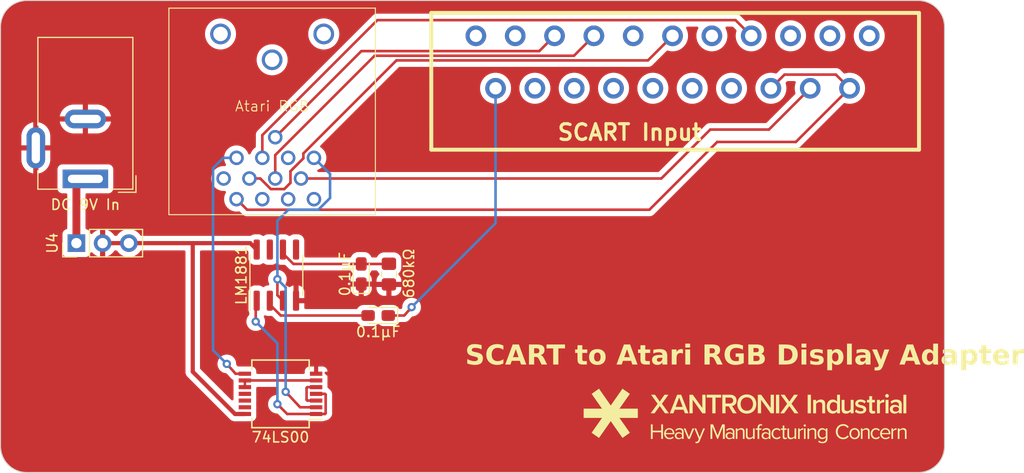
<source format=kicad_pcb>
(kicad_pcb (version 20221018) (generator pcbnew)

  (general
    (thickness 1.6)
  )

  (paper "A4")
  (layers
    (0 "F.Cu" signal)
    (31 "B.Cu" signal)
    (32 "B.Adhes" user "B.Adhesive")
    (33 "F.Adhes" user "F.Adhesive")
    (34 "B.Paste" user)
    (35 "F.Paste" user)
    (36 "B.SilkS" user "B.Silkscreen")
    (37 "F.SilkS" user "F.Silkscreen")
    (38 "B.Mask" user)
    (39 "F.Mask" user)
    (40 "Dwgs.User" user "User.Drawings")
    (41 "Cmts.User" user "User.Comments")
    (42 "Eco1.User" user "User.Eco1")
    (43 "Eco2.User" user "User.Eco2")
    (44 "Edge.Cuts" user)
    (45 "Margin" user)
    (46 "B.CrtYd" user "B.Courtyard")
    (47 "F.CrtYd" user "F.Courtyard")
    (48 "B.Fab" user)
    (49 "F.Fab" user)
    (50 "User.1" user)
    (51 "User.2" user)
    (52 "User.3" user)
    (53 "User.4" user)
    (54 "User.5" user)
    (55 "User.6" user)
    (56 "User.7" user)
    (57 "User.8" user)
    (58 "User.9" user)
  )

  (setup
    (pad_to_mask_clearance 0)
    (pcbplotparams
      (layerselection 0x00010fc_ffffffff)
      (plot_on_all_layers_selection 0x0000000_00000000)
      (disableapertmacros false)
      (usegerberextensions false)
      (usegerberattributes true)
      (usegerberadvancedattributes true)
      (creategerberjobfile true)
      (dashed_line_dash_ratio 12.000000)
      (dashed_line_gap_ratio 3.000000)
      (svgprecision 4)
      (plotframeref false)
      (viasonmask false)
      (mode 1)
      (useauxorigin false)
      (hpglpennumber 1)
      (hpglpenspeed 20)
      (hpglpendiameter 15.000000)
      (dxfpolygonmode true)
      (dxfimperialunits true)
      (dxfusepcbnewfont true)
      (psnegative false)
      (psa4output false)
      (plotreference true)
      (plotvalue true)
      (plotinvisibletext false)
      (sketchpadsonfab false)
      (subtractmaskfromsilk false)
      (outputformat 1)
      (mirror false)
      (drillshape 1)
      (scaleselection 1)
      (outputdirectory "")
    )
  )

  (net 0 "")
  (net 1 "GND")
  (net 2 "Net-(U2-INT)")
  (net 3 "CVBS")
  (net 4 "Net-(U2-VIDEO)")
  (net 5 "unconnected-(J1-P1-Pad1)")
  (net 6 "AUDIO_L")
  (net 7 "unconnected-(J1-P3-Pad3)")
  (net 8 "AUDIO_GND")
  (net 9 "GND_B")
  (net 10 "VIDEO_B")
  (net 11 "unconnected-(J1-P8-Pad8)")
  (net 12 "GND_G")
  (net 13 "unconnected-(J1-P10-Pad10)")
  (net 14 "VIDEO_G")
  (net 15 "unconnected-(J1-P12-Pad12)")
  (net 16 "GND_R")
  (net 17 "unconnected-(J1-P14-Pad14)")
  (net 18 "VIDEO_R")
  (net 19 "unconnected-(J1-P16-Pad16)")
  (net 20 "CVBS_GND")
  (net 21 "unconnected-(J1-P18-Pad18)")
  (net 22 "unconnected-(J1-P19-Pad19)")
  (net 23 "unconnected-(J1-P21-Pad21)")
  (net 24 "+9V")
  (net 25 "unconnected-(U1-Pad2)")
  (net 26 "unconnected-(U1-Pad3)")
  (net 27 "unconnected-(U1-Pad4)")
  (net 28 "unconnected-(U1-Pad5)")
  (net 29 "HSYNC")
  (net 30 "unconnected-(U1-Pad11)")
  (net 31 "VSYNC")
  (net 32 "Net-(U2-CSYNC)")
  (net 33 "unconnected-(U2-BURST-Pad5)")
  (net 34 "+5V")
  (net 35 "Net-(U3-Pad3)")
  (net 36 "Net-(U3-Pad10)")
  (net 37 "unconnected-(U2-O{slash}E-Pad7)")

  (footprint "Package_SO:SSOP-14_5.3x6.2mm_P0.65mm" (layer "F.Cu") (at 146.5 101.6 180))

  (footprint "Capacitor_Tantalum_SMD:CP_EIA-2012-15_AVX-P_Pad1.30x1.05mm_HandSolder" (layer "F.Cu") (at 155.961476 94.012608 180))

  (footprint "Connector_PinHeader_2.54mm:PinHeader_1x03_P2.54mm_Vertical" (layer "F.Cu") (at 126.73 87 90))

  (footprint "Capacitor_Tantalum_SMD:CP_EIA-2012-15_AVX-P_Pad1.30x1.05mm_HandSolder" (layer "F.Cu") (at 154.318095 89.992608 90))

  (footprint "Resistor_SMD:R_0805_2012Metric_Pad1.20x1.40mm_HandSolder" (layer "F.Cu") (at 157 90 90))

  (footprint "Connector_BarrelJack:BarrelJack_Wuerth_6941xx301002" (layer "F.Cu") (at 127.6 80.77434 180))

  (footprint "sc1224-scart:SCART" (layer "F.Cu") (at 184.475 74.19964))

  (footprint "Package_SO:SOIC-8_3.9x4.9mm_P1.27mm" (layer "F.Cu") (at 146.1 90.1 90))

  (footprint "sc1224-scart:DIN-13" (layer "F.Cu") (at 145.69 64.24))

  (gr_poly
    (pts
      (xy 188.838051 105.630732)
      (xy 189.278319 104.555466)
      (xy 189.530202 104.555466)
      (xy 189.530202 105.967282)
      (xy 189.354517 105.967282)
      (xy 189.354517 104.792532)
      (xy 188.874035 105.967282)
      (xy 188.802068 105.967282)
      (xy 188.323702 104.792532)
      (xy 188.323702 105.967282)
      (xy 188.148018 105.967282)
      (xy 188.148018 104.555466)
      (xy 188.399901 104.555466)
    )

    (stroke (width 0) (type solid)) (fill solid) (layer "F.SilkS") (tstamp 0378f3d8-89a1-4f7f-bf26-27f03658d852))
  (gr_poly
    (pts
      (xy 204.983237 102.43192)
      (xy 204.973876 102.430022)
      (xy 204.964009 102.428378)
      (xy 204.953636 102.426986)
      (xy 204.942756 102.425848)
      (xy 204.931371 102.424962)
      (xy 204.91948 102.42433)
      (xy 204.907082 102.42395)
      (xy 204.894178 102.423824)
      (xy 204.882931 102.424059)
      (xy 204.871474 102.424755)
      (xy 204.848031 102.427482)
      (xy 204.824059 102.4319)
      (xy 204.799766 102.437908)
      (xy 204.775362 102.445402)
      (xy 204.751057 102.454279)
      (xy 204.72706 102.464438)
      (xy 204.703581 102.475775)
      (xy 204.680829 102.488186)
      (xy 204.659014 102.501571)
      (xy 204.638346 102.515825)
      (xy 204.619034 102.530846)
      (xy 204.601287 102.546531)
      (xy 204.585315 102.562778)
      (xy 204.57806 102.571079)
      (xy 204.571327 102.579483)
      (xy 204.565143 102.587975)
      (xy 204.559534 102.596544)
      (xy 204.559534 103.484433)
      (xy 204.276163 103.484433)
      (xy 204.276163 102.180936)
      (xy 204.559531 102.180936)
      (xy 204.559531 102.372547)
      (xy 204.578432 102.349604)
      (xy 204.598658 102.327396)
      (xy 204.620141 102.306026)
      (xy 204.642813 102.285597)
      (xy 204.666609 102.266212)
      (xy 204.69146 102.247973)
      (xy 204.717299 102.230983)
      (xy 204.744059 102.215345)
      (xy 204.771673 102.201162)
      (xy 204.800074 102.188537)
      (xy 204.829195 102.177572)
      (xy 204.858967 102.16837)
      (xy 204.889325 102.161034)
      (xy 204.920201 102.155667)
      (xy 204.951527 102.152371)
      (xy 204.983237 102.15125)
    )

    (stroke (width 0) (type solid)) (fill solid) (layer "F.SilkS") (tstamp 11791065-51e6-4f12-a9c4-81a16e9f7aa6))
  (gr_poly
    (pts
      (xy 183.44574 102.558761)
      (xy 184.11773 103.484433)
      (xy 183.739905 103.484433)
      (xy 183.235239 102.780059)
      (xy 182.730572 103.484433)
      (xy 182.352748 103.484433)
      (xy 183.027435 102.56146)
      (xy 182.393229 101.684366)
      (xy 182.771054 101.684366)
      (xy 183.235239 102.34556)
      (xy 183.696725 101.684366)
      (xy 184.077248 101.684366)
    )

    (stroke (width 0) (type solid)) (fill solid) (layer "F.SilkS") (tstamp 15ba6a5c-77a2-4ee2-88e4-da2a25269948))
  (gr_poly
    (pts
      (xy 191.160828 104.920799)
      (xy 191.179375 104.922384)
      (xy 191.197322 104.924605)
      (xy 191.214666 104.927463)
      (xy 191.231404 104.93096)
      (xy 191.247536 104.935096)
      (xy 191.263059 104.939872)
      (xy 191.277971 104.945291)
      (xy 191.29227 104.951352)
      (xy 191.305954 104.958058)
      (xy 191.319022 104.965409)
      (xy 191.331472 104.973406)
      (xy 191.3433 104.982051)
      (xy 191.354507 104.991345)
      (xy 191.365089 105.001289)
      (xy 191.375045 105.011883)
      (xy 191.384372 105.023131)
      (xy 191.393069 105.035031)
      (xy 191.401134 105.047587)
      (xy 191.408565 105.060798)
      (xy 191.41536 105.074665)
      (xy 191.421518 105.089192)
      (xy 191.427035 105.104377)
      (xy 191.43191 105.120223)
      (xy 191.436142 105.13673)
      (xy 191.439728 105.1539)
      (xy 191.442666 105.171734)
      (xy 191.444955 105.190233)
      (xy 191.446592 105.209398)
      (xy 191.447576 105.229231)
      (xy 191.447904 105.249732)
      (xy 191.447904 105.967282)
      (xy 191.289153 105.967282)
      (xy 191.289153 105.298416)
      (xy 191.288888 105.281907)
      (xy 191.288097 105.266104)
      (xy 191.28679 105.250997)
      (xy 191.284973 105.236574)
      (xy 191.282656 105.222821)
      (xy 191.279847 105.209728)
      (xy 191.276552 105.197283)
      (xy 191.272782 105.185472)
      (xy 191.268543 105.174285)
      (xy 191.263845 105.163708)
      (xy 191.258694 105.153731)
      (xy 191.2531 105.144342)
      (xy 191.24707 105.135527)
      (xy 191.240612 105.127275)
      (xy 191.233735 105.119575)
      (xy 191.226447 105.112414)
      (xy 191.218756 105.10578)
      (xy 191.21067 105.09966)
      (xy 191.202197 105.094044)
      (xy 191.193345 105.08892)
      (xy 191.184123 105.084274)
      (xy 191.174539 105.080095)
      (xy 191.1646 105.076371)
      (xy 191.154315 105.07309)
      (xy 191.143693 105.07024)
      (xy 191.13274 105.067809)
      (xy 191.109878 105.064156)
      (xy 191.085794 105.062035)
      (xy 191.060553 105.061349)
      (xy 191.048866 105.06157)
      (xy 191.037225 105.062225)
      (xy 191.025641 105.063301)
      (xy 191.014123 105.064784)
      (xy 191.002681 105.066664)
      (xy 190.991325 105.068925)
      (xy 190.980064 105.071557)
      (xy 190.968908 105.074545)
      (xy 190.94695 105.081542)
      (xy 190.925529 105.089812)
      (xy 190.904721 105.099255)
      (xy 190.884605 105.109768)
      (xy 190.865258 105.121248)
      (xy 190.846757 105.133593)
      (xy 190.82918 105.1467)
      (xy 190.812605 105.160469)
      (xy 190.797109 105.174795)
      (xy 190.782769 105.189577)
      (xy 190.769664 105.204712)
      (xy 190.757869 105.220099)
      (xy 190.757869 105.967282)
      (xy 190.59912 105.967282)
      (xy 190.59912 104.944932)
      (xy 190.757869 104.944932)
      (xy 190.757869 105.093099)
      (xy 190.772144 105.077197)
      (xy 190.787925 105.061333)
      (xy 190.805132 105.045641)
      (xy 190.823685 105.03026)
      (xy 190.843503 105.015326)
      (xy 190.864505 105.000974)
      (xy 190.886612 104.987342)
      (xy 190.909741 104.974566)
      (xy 190.933813 104.962781)
      (xy 190.958747 104.952126)
      (xy 190.984462 104.942735)
      (xy 191.010878 104.934746)
      (xy 191.037914 104.928295)
      (xy 191.065489 104.923518)
      (xy 191.093524 104.920551)
      (xy 191.121936 104.919532)
    )

    (stroke (width 0) (type solid)) (fill solid) (layer "F.SilkS") (tstamp 1c45b8db-8572-427c-84dd-c1b3ae256d39))
  (gr_poly
    (pts
      (xy 201.033722 104.532534)
      (xy 201.057012 104.533577)
      (xy 201.079826 104.535296)
      (xy 201.102168 104.537677)
      (xy 201.124042 104.540705)
      (xy 201.145452 104.544364)
      (xy 201.166401 104.548639)
      (xy 201.186893 104.553515)
      (xy 201.206933 104.558977)
      (xy 201.226524 104.56501)
      (xy 201.24567 104.571599)
      (xy 201.264375 104.578729)
      (xy 201.282643 104.586384)
      (xy 201.300477 104.59455)
      (xy 201.317882 104.603211)
      (xy 201.334862 104.612352)
      (xy 201.35142 104.621958)
      (xy 201.36756 104.632014)
      (xy 201.383286 104.642505)
      (xy 201.398601 104.653416)
      (xy 201.428019 104.676436)
      (xy 201.455842 104.700954)
      (xy 201.482103 104.726848)
      (xy 201.506832 104.753999)
      (xy 201.530061 104.782284)
      (xy 201.551819 104.811583)
      (xy 201.403653 104.894133)
      (xy 201.387814 104.872293)
      (xy 201.370502 104.851278)
      (xy 201.351783 104.831169)
      (xy 201.33172 104.812046)
      (xy 201.310381 104.793989)
      (xy 201.287828 104.777079)
      (xy 201.264129 104.761398)
      (xy 201.239348 104.747024)
      (xy 201.213549 104.73404)
      (xy 201.186799 104.722526)
      (xy 201.159161 104.712561)
      (xy 201.130702 104.704228)
      (xy 201.101487 104.697606)
      (xy 201.07158 104.692776)
      (xy 201.041047 104.68982)
      (xy 201.009952 104.688816)
      (xy 200.981779 104.689506)
      (xy 200.954034 104.691561)
      (xy 200.926746 104.694953)
      (xy 200.899948 104.69966)
      (xy 200.873669 104.705654)
      (xy 200.847939 104.712912)
      (xy 200.822791 104.721408)
      (xy 200.798253 104.731116)
      (xy 200.774357 104.742012)
      (xy 200.751134 104.75407)
      (xy 200.728614 104.767266)
      (xy 200.706828 104.781573)
      (xy 200.685805 104.796967)
      (xy 200.665578 104.813423)
      (xy 200.646176 104.830915)
      (xy 200.627631 104.849418)
      (xy 200.609972 104.868907)
      (xy 200.59323 104.889357)
      (xy 200.577437 104.910743)
      (xy 200.562622 104.933039)
      (xy 200.548816 104.95622)
      (xy 200.536051 104.980261)
      (xy 200.524355 105.005137)
      (xy 200.513761 105.030823)
      (xy 200.504299 105.057293)
      (xy 200.495998 105.084522)
      (xy 200.488891 105.112486)
      (xy 200.483008 105.141158)
      (xy 200.478378 105.170514)
      (xy 200.475033 105.200529)
      (xy 200.473004 105.231176)
      (xy 200.472321 105.262432)
      (xy 200.473004 105.293502)
      (xy 200.475033 105.323987)
      (xy 200.478378 105.353862)
      (xy 200.483008 105.383099)
      (xy 200.488891 105.411673)
      (xy 200.495998 105.439556)
      (xy 200.504299 105.466724)
      (xy 200.513761 105.493149)
      (xy 200.524355 105.518805)
      (xy 200.536051 105.543666)
      (xy 200.548816 105.567705)
      (xy 200.562622 105.590896)
      (xy 200.577437 105.613213)
      (xy 200.59323 105.634629)
      (xy 200.609972 105.655118)
      (xy 200.627631 105.674653)
      (xy 200.646176 105.693209)
      (xy 200.665578 105.710759)
      (xy 200.685805 105.727276)
      (xy 200.706828 105.742734)
      (xy 200.728614 105.757107)
      (xy 200.751134 105.770368)
      (xy 200.774357 105.782492)
      (xy 200.798253 105.793451)
      (xy 200.822791 105.80322)
      (xy 200.847939 105.811772)
      (xy 200.873669 105.81908)
      (xy 200.899948 105.825119)
      (xy 200.926746 105.829861)
      (xy 200.954034 105.833281)
      (xy 200.981779 105.835353)
      (xy 201.009952 105.836049)
      (xy 201.025566 105.835803)
      (xy 201.041047 105.835069)
      (xy 201.056388 105.833857)
      (xy 201.07158 105.832175)
      (xy 201.086616 105.830034)
      (xy 201.101487 105.82744)
      (xy 201.116185 105.824404)
      (xy 201.130702 105.820935)
      (xy 201.14503 105.81704)
      (xy 201.159161 105.81273)
      (xy 201.186799 105.802898)
      (xy 201.213549 105.791509)
      (xy 201.239348 105.778635)
      (xy 201.264129 105.764347)
      (xy 201.287828 105.748716)
      (xy 201.310381 105.731814)
      (xy 201.33172 105.713712)
      (xy 201.351783 105.694482)
      (xy 201.370502 105.674194)
      (xy 201.387814 105.652921)
      (xy 201.403653 105.630733)
      (xy 201.553937 105.713282)
      (xy 201.531108 105.74293)
      (xy 201.507036 105.771474)
      (xy 201.481667 105.798803)
      (xy 201.45495 105.824804)
      (xy 201.426831 105.849367)
      (xy 201.397258 105.87238)
      (xy 201.366179 105.89373)
      (xy 201.333539 105.913307)
      (xy 201.299288 105.930999)
      (xy 201.263371 105.946694)
      (xy 201.225736 105.960281)
      (xy 201.186331 105.971648)
      (xy 201.145103 105.980683)
      (xy 201.101999 105.987275)
      (xy 201.056966 105.991312)
      (xy 201.009952 105.992682)
      (xy 201.009952 105.992683)
      (xy 200.972691 105.99182)
      (xy 200.935944 105.989249)
      (xy 200.899756 105.985)
      (xy 200.864171 105.979102)
      (xy 200.829233 105.971584)
      (xy 200.794984 105.962475)
      (xy 200.76147 105.951805)
      (xy 200.728734 105.939601)
      (xy 200.696819 105.925893)
      (xy 200.66577 105.910711)
      (xy 200.63563 105.894083)
      (xy 200.606443 105.876039)
      (xy 200.578253 105.856607)
      (xy 200.551103 105.835817)
      (xy 200.525038 105.813697)
      (xy 200.500101 105.790277)
      (xy 200.476336 105.765585)
      (xy 200.453787 105.739652)
      (xy 200.432498 105.712505)
      (xy 200.412512 105.684175)
      (xy 200.393873 105.654689)
      (xy 200.376625 105.624078)
      (xy 200.360812 105.592369)
      (xy 200.346478 105.559593)
      (xy 200.333665 105.525778)
      (xy 200.32242 105.490954)
      (xy 200.312784 105.455149)
      (xy 200.304802 105.418393)
      (xy 200.298517 105.380714)
      (xy 200.293974 105.342141)
      (xy 200.291216 105.302705)
      (xy 200.290287 105.262433)
      (xy 200.291216 105.222161)
      (xy 200.293974 105.182725)
      (xy 200.298517 105.144152)
      (xy 200.304801 105.106473)
      (xy 200.312784 105.069717)
      (xy 200.322419 105.033912)
      (xy 200.333665 104.999088)
      (xy 200.346477 104.965273)
      (xy 200.360811 104.932497)
      (xy 200.376624 104.900788)
      (xy 200.393872 104.870177)
      (xy 200.412511 104.840691)
      (xy 200.432497 104.812361)
      (xy 200.453786 104.785214)
      (xy 200.476335 104.75928)
      (xy 200.5001 104.734589)
      (xy 200.525037 104.711169)
      (xy 200.551102 104.689049)
      (xy 200.578251 104.668259)
      (xy 200.606442 104.648827)
      (xy 200.635628 104.630782)
      (xy 200.665769 104.614155)
      (xy 200.696818 104.598972)
      (xy 200.728733 104.585265)
      (xy 200.761469 104.573061)
      (xy 200.794983 104.56239)
      (xy 200.829232 104.553281)
      (xy 200.86417 104.545764)
      (xy 200.899756 104.539866)
      (xy 200.935944 104.535617)
      (xy 200.97269 104.533046)
      (xy 201.009952 104.532183)
    )

    (stroke (width 0) (type solid)) (fill solid) (layer "F.SilkS") (tstamp 210fe200-419b-445a-ab85-b69345f8354b))
  (gr_poly
    (pts
      (xy 205.390168 103.484433)
      (xy 205.1068 103.484433)
      (xy 205.1068 102.180936)
      (xy 205.390168 102.180936)
    )

    (stroke (width 0) (type solid)) (fill solid) (layer "F.SilkS") (tstamp 2f88cdb6-5dfe-428e-aed2-ff3165081391))
  (gr_poly
    (pts
      (xy 207.116678 103.484433)
      (xy 206.83331 103.484433)
      (xy 206.83331 101.684366)
      (xy 207.116678 101.684366)
    )

    (stroke (width 0) (type solid)) (fill solid) (layer "F.SilkS") (tstamp 31135c56-27c4-44ce-97c8-a23bd17d4a66))
  (gr_poly
    (pts
      (xy 197.285912 104.559834)
      (xy 197.291367 104.560236)
      (xy 197.296747 104.560899)
      (xy 197.302043 104.561815)
      (xy 197.307249 104.56298)
      (xy 197.312358 104.564387)
      (xy 197.317364 104.566029)
      (xy 197.322259 104.567901)
      (xy 197.327035 104.569996)
      (xy 197.331687 104.572308)
      (xy 197.336208 104.574831)
      (xy 197.340589 104.577558)
      (xy 197.344825 104.580484)
      (xy 197.348908 104.583602)
      (xy 197.352831 104.586906)
      (xy 197.356588 104.59039)
      (xy 197.360171 104.594048)
      (xy 197.363574 104.597873)
      (xy 197.366789 104.60186)
      (xy 197.369809 104.606001)
      (xy 197.372628 104.610291)
      (xy 197.375238 104.614724)
      (xy 197.377633 104.619293)
      (xy 197.379805 104.623993)
      (xy 197.381748 104.628816)
      (xy 197.383455 104.633757)
      (xy 197.384918 104.63881)
      (xy 197.386131 104.643969)
      (xy 197.387086 104.649226)
      (xy 197.387777 104.654577)
      (xy 197.388197 104.660014)
      (xy 197.388338 104.665532)
      (xy 197.388197 104.671056)
      (xy 197.387777 104.676511)
      (xy 197.387086 104.681891)
      (xy 197.386131 104.687187)
      (xy 197.384918 104.692393)
      (xy 197.383455 104.697502)
      (xy 197.381748 104.702508)
      (xy 197.379805 104.707403)
      (xy 197.377633 104.712179)
      (xy 197.375238 104.716831)
      (xy 197.372628 104.721352)
      (xy 197.369809 104.725733)
      (xy 197.366789 104.729969)
      (xy 197.363574 104.734052)
      (xy 197.360171 104.737976)
      (xy 197.356588 104.741732)
      (xy 197.352831 104.745315)
      (xy 197.348908 104.748718)
      (xy 197.344825 104.751933)
      (xy 197.340589 104.754953)
      (xy 197.336208 104.757772)
      (xy 197.331687 104.760382)
      (xy 197.327035 104.762777)
      (xy 197.322259 104.76495)
      (xy 197.317364 104.766892)
      (xy 197.312358 104.768599)
      (xy 197.307249 104.770062)
      (xy 197.302043 104.771275)
      (xy 197.296747 104.77223)
      (xy 197.291367 104.772921)
      (xy 197.285912 104.773341)
      (xy 197.280388 104.773482)
      (xy 197.275057 104.773341)
      (xy 197.269782 104.772921)
      (xy 197.264571 104.77223)
      (xy 197.259432 104.771275)
      (xy 197.254373 104.770062)
      (xy 197.249399 104.768599)
      (xy 197.24452 104.766892)
      (xy 197.239742 104.76495)
      (xy 197.235072 104.762777)
      (xy 197.230518 104.760382)
      (xy 197.226087 104.757772)
      (xy 197.221787 104.754953)
      (xy 197.217625 104.751933)
      (xy 197.213608 104.748718)
      (xy 197.209744 104.745315)
      (xy 197.20604 104.741732)
      (xy 197.202504 104.737976)
      (xy 197.199142 104.734052)
      (xy 197.195962 104.729969)
      (xy 197.192972 104.725733)
      (xy 197.190179 104.721352)
      (xy 197.18759 104.716831)
      (xy 197.185213 104.712179)
      (xy 197.183055 104.707403)
      (xy 197.181123 104.702508)
      (xy 197.179424 104.697502)
      (xy 197.177967 104.692393)
      (xy 197.176758 104.687187)
      (xy 197.175805 104.681891)
      (xy 197.175116 104.676511)
      (xy 197.174696 104.671056)
      (xy 197.174555 104.665532)
      (xy 197.174696 104.660014)
      (xy 197.175116 104.654577)
      (xy 197.175805 104.649226)
      (xy 197.176758 104.643969)
      (xy 197.177967 104.63881)
      (xy 197.179424 104.633757)
      (xy 197.181123 104.628816)
      (xy 197.183055 104.623993)
      (xy 197.185213 104.619293)
      (xy 197.18759 104.614724)
      (xy 197.190179 104.610291)
      (xy 197.192972 104.606001)
      (xy 197.195962 104.60186)
      (xy 197.199142 104.597873)
      (xy 197.202504 104.594048)
      (xy 197.20604 104.59039)
      (xy 197.209744 104.586906)
      (xy 197.213608 104.583602)
      (xy 197.217625 104.580484)
      (xy 197.221787 104.577558)
      (xy 197.226087 104.574831)
      (xy 197.230518 104.572308)
      (xy 197.235072 104.569996)
      (xy 197.239742 104.567901)
      (xy 197.24452 104.566029)
      (xy 197.249399 104.564387)
      (xy 197.254373 104.56298)
      (xy 197.259432 104.561815)
      (xy 197.264571 104.560899)
      (xy 197.269782 104.560236)
      (xy 197.275057 104.559834)
      (xy 197.280388 104.559699)
    )

    (stroke (width 0) (type solid)) (fill solid) (layer "F.SilkS") (tstamp 3275e35f-bc01-4c7a-b95d-b311fa6e00b2))
  (gr_poly
    (pts
      (xy 191.718215 101.655827)
      (xy 191.76737 101.659236)
      (xy 191.81551 101.664862)
      (xy 191.862597 101.672659)
      (xy 191.908588 101.682581)
      (xy 191.953444 101.694582)
      (xy 191.997123 101.708616)
      (xy 192.039586 101.724636)
      (xy 192.080792 101.742598)
      (xy 192.1207 101.762455)
      (xy 192.15927 101.784161)
      (xy 192.196461 101.80767)
      (xy 192.232233 101.832937)
      (xy 192.266546 101.859915)
      (xy 192.299358 101.888558)
      (xy 192.330629 101.91882)
      (xy 192.360319 101.950656)
      (xy 192.388387 101.984019)
      (xy 192.414793 102.018864)
      (xy 192.439496 102.055144)
      (xy 192.462456 102.092813)
      (xy 192.483631 102.131827)
      (xy 192.502983 102.172138)
      (xy 192.520469 102.213701)
      (xy 192.53605 102.256469)
      (xy 192.549685 102.300397)
      (xy 192.561333 102.345439)
      (xy 192.570955 102.391549)
      (xy 192.578509 102.438681)
      (xy 192.583954 102.486789)
      (xy 192.587251 102.535827)
      (xy 192.58836 102.585749)
      (xy 192.587251 102.63567)
      (xy 192.583954 102.684708)
      (xy 192.578509 102.732816)
      (xy 192.570955 102.779948)
      (xy 192.561333 102.826058)
      (xy 192.549685 102.8711)
      (xy 192.53605 102.915028)
      (xy 192.520469 102.957797)
      (xy 192.502983 102.999359)
      (xy 192.483632 103.03967)
      (xy 192.462456 103.078684)
      (xy 192.439497 103.116353)
      (xy 192.414794 103.152634)
      (xy 192.388388 103.187478)
      (xy 192.36032 103.220841)
      (xy 192.33063 103.252677)
      (xy 192.299358 103.28294)
      (xy 192.266546 103.311583)
      (xy 192.232234 103.33856)
      (xy 192.196462 103.363827)
      (xy 192.159271 103.387336)
      (xy 192.120701 103.409042)
      (xy 192.080792 103.428899)
      (xy 192.039587 103.446861)
      (xy 191.997124 103.462881)
      (xy 191.953444 103.476915)
      (xy 191.908588 103.488916)
      (xy 191.862597 103.498838)
      (xy 191.815511 103.506635)
      (xy 191.76737 103.512261)
      (xy 191.718215 103.515671)
      (xy 191.668087 103.516817)
      (xy 191.617958 103.515671)
      (xy 191.568804 103.512261)
      (xy 191.520663 103.506635)
      (xy 191.473577 103.498838)
      (xy 191.427585 103.488916)
      (xy 191.38273 103.476915)
      (xy 191.33905 103.462881)
      (xy 191.296587 103.446861)
      (xy 191.255382 103.428899)
      (xy 191.215473 103.409042)
      (xy 191.176903 103.387336)
      (xy 191.139712 103.363827)
      (xy 191.10394 103.33856)
      (xy 191.069628 103.311583)
      (xy 191.036816 103.28294)
      (xy 191.005544 103.252677)
      (xy 190.975854 103.220841)
      (xy 190.947786 103.187478)
      (xy 190.92138 103.152634)
      (xy 190.896677 103.116353)
      (xy 190.873718 103.078684)
      (xy 190.852542 103.03967)
      (xy 190.833191 102.999359)
      (xy 190.815704 102.957797)
      (xy 190.800123 102.915028)
      (xy 190.786488 102.8711)
      (xy 190.77484 102.826058)
      (xy 190.765219 102.779948)
      (xy 190.757665 102.732816)
      (xy 190.752219 102.684708)
      (xy 190.748922 102.63567)
      (xy 190.747814 102.585749)
      (xy 191.071663 102.585749)
      (xy 191.07234 102.620144)
      (xy 191.074359 102.653982)
      (xy 191.077701 102.687229)
      (xy 191.082348 102.719848)
      (xy 191.088281 102.751805)
      (xy 191.095484 102.783065)
      (xy 191.103936 102.813593)
      (xy 191.11362 102.843353)
      (xy 191.124518 102.87231)
      (xy 191.136612 102.90043)
      (xy 191.149882 102.927678)
      (xy 191.164312 102.954017)
      (xy 191.179881 102.979414)
      (xy 191.196573 103.003833)
      (xy 191.214369 103.027238)
      (xy 191.233251 103.049596)
      (xy 191.2532 103.070871)
      (xy 191.274198 103.091027)
      (xy 191.296227 103.11003)
      (xy 191.319268 103.127844)
      (xy 191.343304 103.144435)
      (xy 191.368315 103.159767)
      (xy 191.394285 103.173806)
      (xy 191.421193 103.186516)
      (xy 191.449023 103.197861)
      (xy 191.477756 103.207808)
      (xy 191.507373 103.216321)
      (xy 191.537856 103.223365)
      (xy 191.569188 103.228905)
      (xy 191.601349 103.232905)
      (xy 191.634321 103.235331)
      (xy 191.668087 103.236147)
      (xy 191.701615 103.235331)
      (xy 191.73438 103.232905)
      (xy 191.766362 103.228905)
      (xy 191.797542 103.223365)
      (xy 191.8279 103.216321)
      (xy 191.857415 103.207808)
      (xy 191.886069 103.197861)
      (xy 191.913841 103.186516)
      (xy 191.940712 103.173806)
      (xy 191.966662 103.159767)
      (xy 191.991671 103.144435)
      (xy 192.015719 103.127844)
      (xy 192.038787 103.11003)
      (xy 192.060854 103.091027)
      (xy 192.081902 103.070871)
      (xy 192.10191 103.049596)
      (xy 192.120859 103.027238)
      (xy 192.138728 103.003833)
      (xy 192.155499 102.979414)
      (xy 192.17115 102.954017)
      (xy 192.185663 102.927678)
      (xy 192.199018 102.90043)
      (xy 192.211195 102.87231)
      (xy 192.222173 102.843353)
      (xy 192.231935 102.813593)
      (xy 192.240458 102.783065)
      (xy 192.247725 102.751805)
      (xy 192.253715 102.719848)
      (xy 192.258408 102.687229)
      (xy 192.261785 102.653982)
      (xy 192.263825 102.620144)
      (xy 192.26451 102.585749)
      (xy 192.263825 102.551116)
      (xy 192.261785 102.51707)
      (xy 192.258408 102.483645)
      (xy 192.253715 102.450874)
      (xy 192.247725 102.418791)
      (xy 192.240459 102.38743)
      (xy 192.231935 102.356824)
      (xy 192.222174 102.327006)
      (xy 192.211195 102.29801)
      (xy 192.199018 102.269871)
      (xy 192.185663 102.242621)
      (xy 192.17115 102.216294)
      (xy 192.155499 102.190924)
      (xy 192.138729 102.166544)
      (xy 192.120859 102.143187)
      (xy 192.101911 102.120889)
      (xy 192.081903 102.099681)
      (xy 192.060855 102.079598)
      (xy 192.038787 102.060674)
      (xy 192.01572 102.042941)
      (xy 191.991671 102.026434)
      (xy 191.966663 102.011186)
      (xy 191.940713 101.997231)
      (xy 191.913842 101.984602)
      (xy 191.88607 101.973333)
      (xy 191.857416 101.963457)
      (xy 191.8279 101.955009)
      (xy 191.797543 101.948021)
      (xy 191.766363 101.942528)
      (xy 191.73438 101.938562)
      (xy 191.701615 101.936159)
      (xy 191.668087 101.93535)
      (xy 191.634321 101.936159)
      (xy 191.601349 101.938562)
      (xy 191.569188 101.942528)
      (xy 191.537856 101.948021)
      (xy 191.507373 101.955009)
      (xy 191.477756 101.963457)
      (xy 191.449023 101.973333)
      (xy 191.421193 101.984602)
      (xy 191.394285 101.997231)
      (xy 191.368315 102.011186)
      (xy 191.343304 102.026434)
      (xy 191.319268 102.042941)
      (xy 191.296227 102.060674)
      (xy 191.274198 102.079598)
      (xy 191.2532 102.099681)
      (xy 191.233251 102.120889)
      (xy 191.214369 102.143187)
      (xy 191.196573 102.166544)
      (xy 191.179881 102.190924)
      (xy 191.164312 102.216294)
      (xy 191.149882 102.242621)
      (xy 191.136612 102.269871)
      (xy 191.124518 102.29801)
      (xy 191.11362 102.327006)
      (xy 191.103936 102.356824)
      (xy 191.095484 102.38743)
      (xy 191.088281 102.418791)
      (xy 191.082348 102.450874)
      (xy 191.077701 102.483645)
      (xy 191.074359 102.51707)
      (xy 191.07234 102.551116)
      (xy 191.071663 102.585749)
      (xy 190.747814 102.585749)
      (xy 190.748922 102.535827)
      (xy 190.752219 102.486789)
      (xy 190.757665 102.438681)
      (xy 190.765219 102.391549)
      (xy 190.77484 102.345439)
      (xy 190.786488 102.300397)
      (xy 190.800123 102.256469)
      (xy 190.815704 102.213701)
      (xy 190.83319 102.172138)
      (xy 190.852542 102.131827)
      (xy 190.873717 102.092814)
      (xy 190.896677 102.055144)
      (xy 190.92138 102.018864)
      (xy 190.947786 101.984019)
      (xy 190.975854 101.950656)
      (xy 191.005544 101.91882)
      (xy 191.036815 101.888558)
      (xy 191.069627 101.859915)
      (xy 191.103939 101.832937)
      (xy 191.139711 101.807671)
      (xy 191.176903 101.784161)
      (xy 191.215473 101.762455)
      (xy 191.255381 101.742598)
      (xy 191.296587 101.724637)
      (xy 191.33905 101.708616)
      (xy 191.382729 101.694582)
      (xy 191.427585 101.682581)
      (xy 191.473576 101.672659)
      (xy 191.520663 101.664862)
      (xy 191.568803 101.659236)
      (xy 191.617958 101.655827)
      (xy 191.668087 101.65468)
    )

    (stroke (width 0) (type solid)) (fill solid) (layer "F.SilkS") (tstamp 35689f5c-b678-4dfc-a1d4-0516da779944))
  (gr_poly
    (pts
      (xy 186.153063 105.967282)
      (xy 185.979496 105.967282)
      (xy 185.554046 104.944932)
      (xy 185.725496 104.944932)
      (xy 186.066279 105.783132)
      (xy 186.404946 104.944932)
      (xy 186.578512 104.944932)
    )

    (stroke (width 0) (type solid)) (fill solid) (layer "F.SilkS") (tstamp 36526ae1-604f-4d4b-b000-7580059c5ad4))
  (gr_poly
    (pts
      (xy 181.093701 103.920995)
      (xy 175.881409 103.920995)
      (xy 175.881409 103.04787)
      (xy 181.093701 103.04787)
    )

    (stroke (width 0.026499) (type solid)) (fill solid) (layer "F.SilkS") (tstamp 3a45fb32-622a-4b89-86b0-a69635873843))
  (gr_poly
    (pts
      (xy 186.018758 103.484433)
      (xy 185.673317 103.484433)
      (xy 185.541079 103.138992)
      (xy 184.688274 103.138992)
      (xy 184.556036 103.484433)
      (xy 184.210596 103.484433)
      (xy 184.455474 102.861021)
      (xy 184.777333 102.861021)
      (xy 185.452021 102.861021)
      (xy 185.114677 101.951543)
      (xy 184.777333 102.861021)
      (xy 184.455474 102.861021)
      (xy 184.917669 101.684366)
      (xy 185.311686 101.684366)
    )

    (stroke (width 0) (type solid)) (fill solid) (layer "F.SilkS") (tstamp 3bc7adfd-8f62-4722-a9ed-b6758647da34))
  (gr_poly
    (pts
      (xy 204.19373 104.919753)
      (xy 204.210533 104.920412)
      (xy 204.226905 104.921499)
      (xy 204.242855 104.923004)
      (xy 204.258391 104.924919)
      (xy 204.273521 104.927233)
      (xy 204.288254 104.929939)
      (xy 204.302597 104.933025)
      (xy 204.316559 104.936484)
      (xy 204.330148 104.940305)
      (xy 204.343371 104.94448)
      (xy 204.356238 104.949)
      (xy 204.368755 104.953853)
      (xy 204.380932 104.959033)
      (xy 204.392777 104.964529)
      (xy 204.404297 104.970332)
      (xy 204.415501 104.976432)
      (xy 204.426397 104.982821)
      (xy 204.436992 104.989489)
      (xy 204.447296 104.996426)
      (xy 204.467061 105.011073)
      (xy 204.485756 105.026688)
      (xy 204.503447 105.043195)
      (xy 204.520198 105.060521)
      (xy 204.536074 105.078592)
      (xy 204.551142 105.097332)
      (xy 204.445307 105.194698)
      (xy 204.432384 105.177853)
      (xy 204.419015 105.162229)
      (xy 204.405199 105.147808)
      (xy 204.390936 105.134572)
      (xy 204.376227 105.122501)
      (xy 204.361071 105.111578)
      (xy 204.345469 105.101783)
      (xy 204.329421 105.093098)
      (xy 204.312925 105.085505)
      (xy 204.295984 105.078984)
      (xy 204.278596 105.073518)
      (xy 204.260761 105.069087)
      (xy 204.24248 105.065674)
      (xy 204.223752 105.063258)
      (xy 204.204579 105.061823)
      (xy 204.184958 105.061348)
      (xy 204.164763 105.061835)
      (xy 204.14506 105.063281)
      (xy 204.125861 105.065668)
      (xy 204.107175 105.068976)
      (xy 204.089011 105.073184)
      (xy 204.071379 105.078273)
      (xy 204.054289 105.084223)
      (xy 204.037751 105.091015)
      (xy 204.021773 105.098628)
      (xy 204.006367 105.107043)
      (xy 203.991541 105.11624)
      (xy 203.977306 105.1262)
      (xy 203.96367 105.136902)
      (xy 203.950645 105.148327)
      (xy 203.938238 105.160456)
      (xy 203.926461 105.173267)
      (xy 203.915322 105.186742)
      (xy 203.904832 105.200861)
      (xy 203.895 105.215603)
      (xy 203.885835 105.23095)
      (xy 203.877348 105.246882)
      (xy 203.869548 105.263378)
      (xy 203.862445 105.280419)
      (xy 203.856049 105.297985)
      (xy 203.850369 105.316057)
      (xy 203.845415 105.334614)
      (xy 203.841196 105.353637)
      (xy 203.837723 105.373106)
      (xy 203.835004 105.393002)
      (xy 203.833051 105.413304)
      (xy 203.831872 105.433992)
      (xy 203.831476 105.455048)
      (xy 203.831872 105.47611)
      (xy 203.833051 105.496817)
      (xy 203.835004 105.517148)
      (xy 203.837723 105.537082)
      (xy 203.841196 105.556599)
      (xy 203.845415 105.575678)
      (xy 203.850369 105.5943)
      (xy 203.856049 105.612443)
      (xy 203.862445 105.630086)
      (xy 203.869548 105.64721)
      (xy 203.877348 105.663794)
      (xy 203.885835 105.679816)
      (xy 203.895 105.695258)
      (xy 203.904832 105.710097)
      (xy 203.915322 105.724314)
      (xy 203.926461 105.737888)
      (xy 203.938238 105.750799)
      (xy 203.950645 105.763025)
      (xy 203.96367 105.774547)
      (xy 203.977306 105.785344)
      (xy 203.991541 105.795395)
      (xy 204.006367 105.804679)
      (xy 204.021773 105.813177)
      (xy 204.037751 105.820868)
      (xy 204.054289 105.827731)
      (xy 204.071379 105.833745)
      (xy 204.089011 105.838891)
      (xy 204.107175 105.843147)
      (xy 204.125861 105.846493)
      (xy 204.14506 105.848908)
      (xy 204.164763 105.850372)
      (xy 204.184958 105.850865)
      (xy 204.204579 105.850367)
      (xy 204.223752 105.848868)
      (xy 204.24248 105.846358)
      (xy 204.260761 105.842828)
      (xy 204.278595 105.838269)
      (xy 204.295983 105.832671)
      (xy 204.312924 105.826025)
      (xy 204.329419 105.818322)
      (xy 204.345468 105.809552)
      (xy 204.36107 105.799706)
      (xy 204.376226 105.788775)
      (xy 204.390935 105.776749)
      (xy 204.405198 105.76362)
      (xy 204.419014 105.749377)
      (xy 204.432384 105.734012)
      (xy 204.445307 105.717515)
      (xy 204.551142 105.814882)
      (xy 204.536074 105.833622)
      (xy 204.520197 105.851692)
      (xy 204.503446 105.869018)
      (xy 204.485755 105.885525)
      (xy 204.46706 105.90114)
      (xy 204.447295 105.915787)
      (xy 204.426395 105.929393)
      (xy 204.404296 105.941882)
      (xy 204.380931 105.95318)
      (xy 204.356237 105.963214)
      (xy 204.330147 105.971908)
      (xy 204.302597 105.979188)
      (xy 204.273521 105.98498)
      (xy 204.242855 105.989209)
      (xy 204.210533 105.991801)
      (xy 204.17649 105.992682)
      (xy 204.148209 105.992005)
      (xy 204.120531 105.989993)
      (xy 204.093475 105.986675)
      (xy 204.06706 105.982082)
      (xy 204.041305 105.976242)
      (xy 204.01623 105.969186)
      (xy 203.991854 105.960941)
      (xy 203.968196 105.951539)
      (xy 203.945277 105.941008)
      (xy 203.923115 105.929378)
      (xy 203.901729 105.916678)
      (xy 203.88114 105.902938)
      (xy 203.861366 105.888188)
      (xy 203.842427 105.872456)
      (xy 203.824342 105.855772)
      (xy 203.807131 105.838165)
      (xy 203.790813 105.819666)
      (xy 203.775407 105.800303)
      (xy 203.760933 105.780106)
      (xy 203.74741 105.759104)
      (xy 203.734857 105.737328)
      (xy 203.723295 105.714805)
      (xy 203.712741 105.691567)
      (xy 203.703216 105.667641)
      (xy 203.694739 105.643059)
      (xy 203.68733 105.617848)
      (xy 203.681007 105.592039)
      (xy 203.675791 105.565661)
      (xy 203.6717 105.538744)
      (xy 203.668753 105.511316)
      (xy 203.666971 105.483408)
      (xy 203.666373 105.455049)
      (xy 203.666373 105.455048)
      (xy 203.666971 105.426881)
      (xy 203.668753 105.399154)
      (xy 203.6717 105.371895)
      (xy 203.675791 105.345135)
      (xy 203.681007 105.318903)
      (xy 203.68733 105.29323)
      (xy 203.694739 105.268146)
      (xy 203.703216 105.243679)
      (xy 203.712741 105.219861)
      (xy 203.723295 105.19672)
      (xy 203.734857 105.174288)
      (xy 203.74741 105.152592)
      (xy 203.760933 105.131664)
      (xy 203.775407 105.111534)
      (xy 203.790813 105.09223)
      (xy 203.807131 105.073784)
      (xy 203.824342 105.056224)
      (xy 203.842427 105.039581)
      (xy 203.861366 105.023884)
      (xy 203.88114 105.009163)
      (xy 203.901729 104.995449)
      (xy 203.923115 104.982771)
      (xy 203.945277 104.971158)
      (xy 203.968196 104.960641)
      (xy 203.991854 104.95125)
      (xy 204.01623 104.943014)
      (xy 204.041305 104.935963)
      (xy 204.06706 104.930127)
      (xy 204.093475 104.925536)
      (xy 204.120531 104.92222)
      (xy 204.148209 104.920209)
      (xy 204.17649 104.919532)
    )

    (stroke (width 0) (type solid)) (fill solid) (layer "F.SilkS") (tstamp 3d32d237-5f48-4b68-98f2-ef70d63da2f0))
  (gr_poly
    (pts
      (xy 205.114195 104.920233)
      (xy 205.142039 104.922317)
      (xy 205.169119 104.92575)
      (xy 205.195424 104.9305)
      (xy 205.220945 104.936535)
      (xy 205.245672 104.943823)
      (xy 205.269593 104.952333)
      (xy 205.292701 104.962031)
      (xy 205.314983 104.972885)
      (xy 205.336431 104.984864)
      (xy 205.357033 104.997935)
      (xy 205.376781 105.012066)
      (xy 205.395663 105.027225)
      (xy 205.413671 105.043379)
      (xy 205.430793 105.060497)
      (xy 205.44702 105.078546)
      (xy 205.462342 105.097495)
      (xy 205.476748 105.11731)
      (xy 205.490228 105.137961)
      (xy 205.502773 105.159414)
      (xy 205.514372 105.181637)
      (xy 205.525016 105.204599)
      (xy 205.534693 105.228267)
      (xy 205.543395 105.252609)
      (xy 205.551111 105.277593)
      (xy 205.557831 105.303186)
      (xy 205.563544 105.329357)
      (xy 205.568241 105.356074)
      (xy 205.574547 105.411013)
      (xy 205.576667 105.467749)
      (xy 205.576667 105.507965)
      (xy 204.749048 105.507965)
      (xy 204.750598 105.525926)
      (xy 204.752859 105.543677)
      (xy 204.755826 105.561195)
      (xy 204.759492 105.578456)
      (xy 204.763848 105.595436)
      (xy 204.76889 105.612113)
      (xy 204.774608 105.628461)
      (xy 204.780998 105.644457)
      (xy 204.78805 105.660079)
      (xy 204.79576 105.675301)
      (xy 204.804119 105.690102)
      (xy 204.81312 105.704456)
      (xy 204.822757 105.71834)
      (xy 204.833023 105.731731)
      (xy 204.84391 105.744605)
      (xy 204.855412 105.756938)
      (xy 204.867522 105.768707)
      (xy 204.880233 105.779888)
      (xy 204.893537 105.790458)
      (xy 204.907428 105.800392)
      (xy 204.921899 105.809667)
      (xy 204.936942 105.81826)
      (xy 204.952552 105.826147)
      (xy 204.96872 105.833304)
      (xy 204.985441 105.839707)
      (xy 205.002706 105.845334)
      (xy 205.020509 105.850159)
      (xy 205.038843 105.85416)
      (xy 205.057701 105.857314)
      (xy 205.077076 105.859595)
      (xy 205.096961 105.860982)
      (xy 205.11735 105.861449)
      (xy 205.139193 105.860906)
      (xy 205.161026 105.859287)
      (xy 205.182792 105.856607)
      (xy 205.20443 105.852883)
      (xy 205.225882 105.848129)
      (xy 205.24709 105.842362)
      (xy 205.267993 105.835596)
      (xy 205.288534 105.827847)
      (xy 205.308653 105.81913)
      (xy 205.328292 105.809462)
      (xy 205.347391 105.798858)
      (xy 205.365892 105.787332)
      (xy 205.383736 105.774902)
      (xy 205.400863 105.761581)
      (xy 205.417215 105.747386)
      (xy 205.432734 105.732332)
      (xy 205.508933 105.836048)
      (xy 205.489463 105.854551)
      (xy 205.469159 105.871949)
      (xy 205.44803 105.888231)
      (xy 205.426085 105.903385)
      (xy 205.403335 105.917398)
      (xy 205.379787 105.930257)
      (xy 205.355452 105.94195)
      (xy 205.330339 105.952465)
      (xy 205.304457 105.96179)
      (xy 205.277815 105.969911)
      (xy 205.250423 105.976817)
      (xy 205.22229 105.982495)
      (xy 205.193425 105.986933)
      (xy 205.163838 105.990119)
      (xy 205.133537 105.992039)
      (xy 205.102533 105.992682)
      (xy 205.074409 105.992047)
      (xy 205.046805 105.990155)
      (xy 205.019745 105.987029)
      (xy 204.993256 105.98269)
      (xy 204.96736 105.977158)
      (xy 204.942082 105.970455)
      (xy 204.917447 105.962603)
      (xy 204.893479 105.953623)
      (xy 204.870202 105.943535)
      (xy 204.847641 105.932363)
      (xy 204.82582 105.920125)
      (xy 204.804765 105.906845)
      (xy 204.784498 105.892543)
      (xy 204.765045 105.877241)
      (xy 204.746429 105.86096)
      (xy 204.728676 105.843721)
      (xy 204.71181 105.825546)
      (xy 204.695855 105.806456)
      (xy 204.680836 105.786472)
      (xy 204.666776 105.765616)
      (xy 204.653702 105.743908)
      (xy 204.641635 105.721371)
      (xy 204.630603 105.698025)
      (xy 204.620628 105.673892)
      (xy 204.611735 105.648993)
      (xy 204.603948 105.62335)
      (xy 204.597293 105.596983)
      (xy 204.591792 105.569915)
      (xy 204.587472 105.542166)
      (xy 204.584356 105.513758)
      (xy 204.582468 105.484712)
      (xy 204.581833 105.455049)
      (xy 204.58183 105.455049)
      (xy 204.582446 105.42744)
      (xy 204.584279 105.4002)
      (xy 204.585254 105.391549)
      (xy 204.749048 105.391549)
      (xy 205.420032 105.391549)
      (xy 205.418462 105.362607)
      (xy 205.414513 105.33315)
      (xy 205.408139 105.303508)
      (xy 205.399295 105.274008)
      (xy 205.387933 105.244979)
      (xy 205.381293 105.230744)
      (xy 205.374006 105.21675)
      (xy 205.366067 105.203038)
      (xy 205.357469 105.18965)
      (xy 205.348207 105.176626)
      (xy 205.338275 105.164007)
      (xy 205.327667 105.151835)
      (xy 205.316377 105.14015)
      (xy 205.3044 105.128994)
      (xy 205.291729 105.118408)
      (xy 205.278359 105.108432)
      (xy 205.264284 105.099109)
      (xy 205.249499 105.090478)
      (xy 205.233996 105.082582)
      (xy 205.217772 105.07546)
      (xy 205.200818 105.069155)
      (xy 205.183131 105.063707)
      (xy 205.164704 105.059158)
      (xy 205.145532 105.055548)
      (xy 205.125607 105.052918)
      (xy 205.104926 105.051311)
      (xy 205.083481 105.050766)
      (xy 205.063365 105.051299)
      (xy 205.043891 105.052872)
      (xy 205.025058 105.055447)
      (xy 205.006864 105.058984)
      (xy 204.989308 105.063446)
      (xy 204.972386 105.068792)
      (xy 204.956098 105.074986)
      (xy 204.940442 105.081986)
      (xy 204.925414 105.089756)
      (xy 204.911015 105.098256)
      (xy 204.89724 105.107448)
      (xy 204.88409 105.117292)
      (xy 204.871561 105.12775)
      (xy 204.859651 105.138783)
      (xy 204.84836 105.150353)
      (xy 204.837684 105.16242)
      (xy 204.827622 105.174946)
      (xy 204.818172 105.187892)
      (xy 204.809333 105.20122)
      (xy 204.801101 105.21489)
      (xy 204.786454 105.243103)
      (xy 204.774217 105.272222)
      (xy 204.764373 105.301936)
      (xy 204.756907 105.331935)
      (xy 204.751804 105.361909)
      (xy 204.749048 105.391549)
      (xy 204.585254 105.391549)
      (xy 204.587303 105.373362)
      (xy 204.591496 105.346958)
      (xy 204.596833 105.321022)
      (xy 204.603289 105.295588)
      (xy 204.610842 105.270689)
      (xy 204.619467 105.246358)
      (xy 204.62914 105.222629)
      (xy 204.639837 105.199534)
      (xy 204.651534 105.177108)
      (xy 204.664207 105.155383)
      (xy 204.677831 105.134393)
      (xy 204.692384 105.114171)
      (xy 204.70784 105.094751)
      (xy 204.724176 105.076165)
      (xy 204.741368 105.058448)
      (xy 204.759391 105.041632)
      (xy 204.778223 105.025751)
      (xy 204.797838 105.010838)
      (xy 204.818212 104.996926)
      (xy 204.839322 104.98405)
      (xy 204.861144 104.972241)
      (xy 204.883653 104.961534)
      (xy 204.906826 104.951962)
      (xy 204.930639 104.943558)
      (xy 204.955066 104.936356)
      (xy 204.980086 104.930388)
      (xy 205.005672 104.925689)
      (xy 205.031802 104.92229)
      (xy 205.058452 104.920227)
      (xy 205.085596 104.919532)
    )

    (stroke (width 0) (type solid)) (fill solid) (layer "F.SilkS") (tstamp 40282319-e72e-4445-95dd-afab18a12368))
  (gr_poly
    (pts
      (xy 197.36082 105.967282)
      (xy 197.202071 105.967282)
      (xy 197.202071 104.944932)
      (xy 197.36082 104.944932)
    )

    (stroke (width 0) (type solid)) (fill solid) (layer "F.SilkS") (tstamp 405afcf0-4228-4d50-ba56-67781297745d))
  (gr_poly
    (pts
      (xy 187.354059 102.960875)
      (xy 187.354059 101.684366)
      (xy 187.669812 101.684366)
      (xy 187.669812 103.484433)
      (xy 187.364853 103.484433)
      (xy 186.425689 102.17284)
      (xy 186.425689 103.484433)
      (xy 186.109935 103.484433)
      (xy 186.109935 101.684366)
      (xy 186.433785 101.684366)
    )

    (stroke (width 0) (type solid)) (fill solid) (layer "F.SilkS") (tstamp 435109f0-a086-49eb-a0ad-93fa5b8162f7))
  (gr_poly
    (pts
      (xy 200.694028 103.484433)
      (xy 200.410657 103.484433)
      (xy 200.410657 103.306315)
      (xy 200.391342 103.330026)
      (xy 200.370877 103.352552)
      (xy 200.349313 103.373844)
      (xy 200.326701 103.393856)
      (xy 200.303093 103.412539)
      (xy 200.27854 103.429846)
      (xy 200.253094 103.44573)
      (xy 200.226806 103.460144)
      (xy 200.199727 103.473039)
      (xy 200.171908 103.484369)
      (xy 200.143402 103.494086)
      (xy 200.11426 103.502143)
      (xy 200.084532 103.508492)
      (xy 200.054271 103.513086)
      (xy 200.023527 103.515877)
      (xy 199.992353 103.516817)
      (xy 199.961245 103.516077)
      (xy 199.930689 103.513864)
      (xy 199.900711 103.510193)
      (xy 199.871341 103.505079)
      (xy 199.842608 103.498536)
      (xy 199.81454 103.490578)
      (xy 199.787165 103.481219)
      (xy 199.760513 103.470475)
      (xy 199.734612 103.458358)
      (xy 199.709491 103.444885)
      (xy 199.685179 103.430068)
      (xy 199.661703 103.413922)
      (xy 199.639094 103.396462)
      (xy 199.617378 103.377702)
      (xy 199.596586 103.357656)
      (xy 199.576745 103.336338)
      (xy 199.557885 103.313764)
      (xy 199.540034 103.289946)
      (xy 199.523221 103.264901)
      (xy 199.507474 103.238641)
      (xy 199.492822 103.211181)
      (xy 199.479294 103.182535)
      (xy 199.466918 103.152719)
      (xy 199.455724 103.121746)
      (xy 199.445739 103.08963)
      (xy 199.436992 103.056386)
      (xy 199.429512 103.022028)
      (xy 199.423328 102.986571)
      (xy 199.418468 102.950029)
      (xy 199.414962 102.912415)
      (xy 199.412837 102.873746)
      (xy 199.412122 102.834034)
      (xy 199.706284 102.834034)
      (xy 199.706701 102.857354)
      (xy 199.707945 102.880244)
      (xy 199.710004 102.902682)
      (xy 199.712868 102.924647)
      (xy 199.716523 102.946121)
      (xy 199.72096 102.967082)
      (xy 199.726168 102.987511)
      (xy 199.732133 103.007386)
      (xy 199.738846 103.026688)
      (xy 199.746294 103.045397)
      (xy 199.754467 103.063492)
      (xy 199.763353 103.080953)
      (xy 199.772941 103.09776)
      (xy 199.783219 103.113893)
      (xy 199.794176 103.12933)
      (xy 199.805801 103.144052)
      (xy 199.818082 103.15804)
      (xy 199.831007 103.171271)
      (xy 199.844567 103.183727)
      (xy 199.858748 103.195387)
      (xy 199.87354 103.20623)
      (xy 199.888932 103.216237)
      (xy 199.904911 103.225387)
      (xy 199.921468 103.233659)
      (xy 199.938589 103.241035)
      (xy 199.956265 103.247492)
      (xy 199.974483 103.253012)
      (xy 199.993232 103.257574)
      (xy 200.012501 103.261157)
      (xy 200.032279 103.263742)
      (xy 200.052554 103.265307)
      (xy 200.073314 103.265834)
      (xy 200.08597 103.265614)
      (xy 200.098628 103.264961)
      (xy 200.111275 103.263886)
      (xy 200.123895 103.262397)
      (xy 200.149004 103.25822)
      (xy 200.173843 103.252508)
      (xy 200.198303 103.245343)
      (xy 200.222273 103.236801)
      (xy 200.245642 103.226963)
      (xy 200.2683 103.215907)
      (xy 200.290135 103.203712)
      (xy 200.311037 103.190458)
      (xy 200.330895 103.176224)
      (xy 200.349599 103.161088)
      (xy 200.367038 103.14513)
      (xy 200.383101 103.128429)
      (xy 200.397678 103.111064)
      (xy 200.404374 103.102157)
      (xy 200.410657 103.093114)
      (xy 200.410657 102.574954)
      (xy 200.397678 102.556973)
      (xy 200.383101 102.539522)
      (xy 200.367038 102.522688)
      (xy 200.349599 102.506557)
      (xy 200.330895 102.491217)
      (xy 200.311037 102.476755)
      (xy 200.290135 102.463257)
      (xy 200.2683 102.450811)
      (xy 200.245642 102.439504)
      (xy 200.222273 102.429421)
      (xy 200.198303 102.420652)
      (xy 200.173843 102.413282)
      (xy 200.149004 102.407398)
      (xy 200.123895 102.403088)
      (xy 200.098628 102.400438)
      (xy 200.073314 102.399535)
      (xy 200.052554 102.400061)
      (xy 200.032279 102.401627)
      (xy 200.012501 102.404214)
      (xy 199.993232 102.4078)
      (xy 199.974483 102.412366)
      (xy 199.956265 102.417894)
      (xy 199.938589 102.424362)
      (xy 199.921468 102.431751)
      (xy 199.904911 102.440042)
      (xy 199.888932 102.449214)
      (xy 199.87354 102.459248)
      (xy 199.858748 102.470124)
      (xy 199.844567 102.481822)
      (xy 199.831007 102.494323)
      (xy 199.818082 102.507607)
      (xy 199.805801 102.521653)
      (xy 199.794176 102.536443)
      (xy 199.783219 102.551956)
      (xy 199.772941 102.568173)
      (xy 199.763353 102.585074)
      (xy 199.754467 102.602639)
      (xy 199.746294 102.620848)
      (xy 199.738846 102.639682)
      (xy 199.732133 102.659121)
      (xy 199.726168 102.679145)
      (xy 199.72096 102.699734)
      (xy 199.712868 102.742529)
      (xy 199.707945 102.787348)
      (xy 199.706284 102.834034)
      (xy 199.412122 102.834034)
      (xy 199.412829 102.795026)
      (xy 199.414932 102.756956)
      (xy 199.418404 102.719842)
      (xy 199.423217 102.683705)
      (xy 199.429345 102.648564)
      (xy 199.436761 102.614439)
      (xy 199.445436 102.581349)
      (xy 199.455344 102.549316)
      (xy 199.466458 102.518357)
      (xy 199.47875 102.488494)
      (xy 199.492194 102.459745)
      (xy 199.506762 102.432131)
      (xy 199.522428 102.405671)
      (xy 199.539162 102.380385)
      (xy 199.55694 102.356294)
      (xy 199.575733 102.333416)
      (xy 199.595515 102.311771)
      (xy 199.616257 102.291379)
      (xy 199.637934 102.272261)
      (xy 199.660517 102.254435)
      (xy 199.68398 102.237922)
      (xy 199.708295 102.222741)
      (xy 199.733436 102.208911)
      (xy 199.759375 102.196454)
      (xy 199.786084 102.185388)
      (xy 199.813537 102.175734)
      (xy 199.841707 102.16751)
      (xy 199.870566 102.160738)
      (xy 199.900088 102.155436)
      (xy 199.930244 102.151624)
      (xy 199.961008 102.149323)
      (xy 199.992353 102.148551)
      (xy 200.022578 102.149433)
      (xy 200.052499 102.152067)
      (xy 200.082065 102.156432)
      (xy 200.111223 102.162509)
      (xy 200.139923 102.170278)
      (xy 200.168113 102.179719)
      (xy 200.195741 102.190812)
      (xy 200.222757 102.203538)
      (xy 200.249108 102.217877)
      (xy 200.274744 102.233809)
      (xy 200.299613 102.251315)
      (xy 200.323664 102.270374)
      (xy 200.346846 102.290968)
      (xy 200.369106 102.313075)
      (xy 200.390393 102.336676)
      (xy 200.410657 102.361752)
      (xy 200.410657 101.684366)
      (xy 200.694028 101.684366)
    )

    (stroke (width 0) (type solid)) (fill solid) (layer "F.SilkS") (tstamp 46d64d29-96e1-4c8f-91dc-070bca15088e))
  (gr_poly
    (pts
      (xy 191.738945 105.618032)
      (xy 191.739211 105.634529)
      (xy 191.740001 105.650296)
      (xy 191.741309 105.665346)
      (xy 191.743125 105.679692)
      (xy 191.745442 105.693349)
      (xy 191.748252 105.706329)
      (xy 191.751546 105.718646)
      (xy 191.755316 105.730314)
      (xy 191.759555 105.741347)
      (xy 191.764254 105.751757)
      (xy 191.769404 105.76156)
      (xy 191.774999 105.770767)
      (xy 191.781029 105.779392)
      (xy 191.787486 105.78745)
      (xy 191.794363 105.794954)
      (xy 191.801651 105.801917)
      (xy 191.809342 105.808353)
      (xy 191.817429 105.814276)
      (xy 191.825901 105.819698)
      (xy 191.834753 105.824634)
      (xy 191.843975 105.829097)
      (xy 191.85356 105.833101)
      (xy 191.863498 105.83666)
      (xy 191.873783 105.839786)
      (xy 191.884406 105.842493)
      (xy 191.895359 105.844796)
      (xy 191.918221 105.84824)
      (xy 191.942305 105.850227)
      (xy 191.967545 105.850865)
      (xy 191.979233 105.850656)
      (xy 191.990873 105.850037)
      (xy 192.002458 105.849018)
      (xy 192.013975 105.847612)
      (xy 192.025417 105.845828)
      (xy 192.036774 105.843679)
      (xy 192.048035 105.841176)
      (xy 192.05919 105.83833)
      (xy 192.081148 105.831654)
      (xy 192.10257 105.823741)
      (xy 192.123377 105.814681)
      (xy 192.143494 105.804563)
      (xy 192.162841 105.793478)
      (xy 192.181341 105.781515)
      (xy 192.198918 105.768765)
      (xy 192.215493 105.755317)
      (xy 192.23099 105.741262)
      (xy 192.245329 105.726689)
      (xy 192.258435 105.711688)
      (xy 192.270229 105.696348)
      (xy 192.270229 104.944932)
      (xy 192.428978 104.944932)
      (xy 192.428978 105.967282)
      (xy 192.270229 105.967282)
      (xy 192.270229 105.823349)
      (xy 192.254908 105.839901)
      (xy 192.238351 105.856149)
      (xy 192.220609 105.871988)
      (xy 192.201735 105.887312)
      (xy 192.181782 105.902016)
      (xy 192.160803 105.915994)
      (xy 192.13885 105.929142)
      (xy 192.115977 105.941353)
      (xy 192.092235 105.952522)
      (xy 192.067678 105.962544)
      (xy 192.042358 105.971314)
      (xy 192.016328 105.978725)
      (xy 191.989641 105.984673)
      (xy 191.962349 105.989052)
      (xy 191.934505 105.991757)
      (xy 191.906162 105.992682)
      (xy 191.867271 105.991463)
      (xy 191.848723 105.989935)
      (xy 191.830776 105.987791)
      (xy 191.813433 105.985029)
      (xy 191.796694 105.981645)
      (xy 191.780562 105.977638)
      (xy 191.76504 105.973003)
      (xy 191.750128 105.96774)
      (xy 191.735829 105.961844)
      (xy 191.722144 105.955313)
      (xy 191.709076 105.948145)
      (xy 191.696627 105.940336)
      (xy 191.684798 105.931885)
      (xy 191.673592 105.922788)
      (xy 191.66301 105.913042)
      (xy 191.653054 105.902646)
      (xy 191.643726 105.891595)
      (xy 191.635029 105.879888)
      (xy 191.626964 105.867522)
      (xy 191.619533 105.854493)
      (xy 191.612738 105.8408)
      (xy 191.606581 105.82644)
      (xy 191.601064 105.811409)
      (xy 191.596188 105.795706)
      (xy 191.591957 105.779327)
      (xy 191.588371 105.76227)
      (xy 191.585432 105.744532)
      (xy 191.583144 105.72611)
      (xy 191.581507 105.707002)
      (xy 191.580523 105.687205)
      (xy 191.580195 105.666716)
      (xy 191.580195 104.944932)
      (xy 191.738945 104.944932)
    )

    (stroke (width 0) (type solid)) (fill solid) (layer "F.SilkS") (tstamp 47733b94-6d4d-4155-8319-b073da82088f))
  (gr_poly
    (pts
      (xy 195.760619 105.618032)
      (xy 195.760884 105.634529)
      (xy 195.761675 105.650296)
      (xy 195.762982 105.665346)
      (xy 195.764799 105.679692)
      (xy 195.767116 105.693349)
      (xy 195.769925 105.706329)
      (xy 195.77322 105.718646)
      (xy 195.77699 105.730314)
      (xy 195.781229 105.741347)
      (xy 195.785928 105.751757)
      (xy 195.791078 105.76156)
      (xy 195.796673 105.770767)
      (xy 195.802703 105.779392)
      (xy 195.80916 105.78745)
      (xy 195.816037 105.794954)
      (xy 195.823326 105.801917)
      (xy 195.831017 105.808353)
      (xy 195.839103 105.814276)
      (xy 195.847576 105.819698)
      (xy 195.856428 105.824634)
      (xy 195.86565 105.829097)
      (xy 195.875234 105.833101)
      (xy 195.885173 105.83666)
      (xy 195.895458 105.839786)
      (xy 195.906081 105.842493)
      (xy 195.917033 105.844796)
      (xy 195.939896 105.84824)
      (xy 195.96398 105.850227)
      (xy 195.98922 105.850865)
      (xy 196.000908 105.850656)
      (xy 196.012549 105.850037)
      (xy 196.024133 105.849018)
      (xy 196.035651 105.847612)
      (xy 196.047092 105.845828)
      (xy 196.058449 105.843679)
      (xy 196.06971 105.841176)
      (xy 196.080866 105.83833)
      (xy 196.102823 105.831654)
      (xy 196.124245 105.823741)
      (xy 196.145052 105.814681)
      (xy 196.165168 105.804563)
      (xy 196.184516 105.793478)
      (xy 196.203016 105.781515)
      (xy 196.220593 105.768765)
      (xy 196.237168 105.755317)
      (xy 196.252664 105.741262)
      (xy 196.267003 105.726689)
      (xy 196.280109 105.711688)
      (xy 196.291903 105.696348)
      (xy 196.291903 104.944932)
      (xy 196.450654 104.944932)
      (xy 196.450654 105.967282)
      (xy 196.291903 105.967282)
      (xy 196.291903 105.823349)
      (xy 196.276582 105.839901)
      (xy 196.260024 105.856149)
      (xy 196.242282 105.871988)
      (xy 196.223409 105.887312)
      (xy 196.203456 105.902016)
      (xy 196.182477 105.915994)
      (xy 196.160524 105.929142)
      (xy 196.137651 105.941353)
      (xy 196.113909 105.952522)
      (xy 196.089352 105.962544)
      (xy 196.064033 105.971314)
      (xy 196.038003 105.978725)
      (xy 196.011316 105.984673)
      (xy 195.984024 105.989052)
      (xy 195.95618 105.991757)
      (xy 195.927837 105.992682)
      (xy 195.888946 105.991463)
      (xy 195.870398 105.989935)
      (xy 195.852451 105.987791)
      (xy 195.835107 105.985029)
      (xy 195.818369 105.981645)
      (xy 195.802237 105.977638)
      (xy 195.786714 105.973003)
      (xy 195.771802 105.96774)
      (xy 195.757503 105.961844)
      (xy 195.743818 105.955313)
      (xy 195.730751 105.948145)
      (xy 195.718301 105.940336)
      (xy 195.706472 105.931885)
      (xy 195.695266 105.922788)
      (xy 195.684684 105.913042)
      (xy 195.674728 105.902646)
      (xy 195.665401 105.891595)
      (xy 195.656704 105.879888)
      (xy 195.648639 105.867522)
      (xy 195.641208 105.854493)
      (xy 195.634413 105.8408)
      (xy 195.628256 105.82644)
      (xy 195.622739 105.811409)
      (xy 195.617863 105.795706)
      (xy 195.613632 105.779327)
      (xy 195.610046 105.76227)
      (xy 195.607108 105.744532)
      (xy 195.604819 105.72611)
      (xy 195.603182 105.707002)
      (xy 195.602198 105.687205)
      (xy 195.60187 105.666716)
      (xy 195.60187 104.944932)
      (xy 195.760619 104.944932)
    )

    (stroke (width 0) (type solid)) (fill solid) (layer "F.SilkS") (tstamp 47c5dc83-e45f-475e-a435-d66d4e4847a9))
  (gr_poly
    (pts
      (xy 190.111033 104.920686)
      (xy 190.150004 104.9242)
      (xy 190.187709 104.93015)
      (xy 190.206021 104.934064)
      (xy 190.223939 104.938615)
      (xy 190.241434 104.943815)
      (xy 190.258481 104.949673)
      (xy 190.275054 104.956197)
      (xy 190.291126 104.963399)
      (xy 190.306671 104.971288)
      (xy 190.321663 104.979873)
      (xy 190.336075 104.989165)
      (xy 190.34988 104.999172)
      (xy 190.363054 105.009905)
      (xy 190.375568 105.021373)
      (xy 190.387397 105.033585)
      (xy 190.398514 105.046553)
      (xy 190.408894 105.060285)
      (xy 190.418509 105.07479)
      (xy 190.427333 105.09008)
      (xy 190.435341 105.106163)
      (xy 190.442505 105.123049)
      (xy 190.4488 105.140747)
      (xy 190.454198 105.159268)
      (xy 190.458674 105.178621)
      (xy 190.462201 105.198816)
      (xy 190.464753 105.219863)
      (xy 190.466304 105.24177)
      (xy 190.466826 105.264549)
      (xy 190.466826 105.967282)
      (xy 190.308077 105.967282)
      (xy 190.308077 105.850866)
      (xy 190.291832 105.867806)
      (xy 190.274859 105.883699)
      (xy 190.257173 105.898537)
      (xy 190.238789 105.912315)
      (xy 190.219723 105.925027)
      (xy 190.19999 105.936665)
      (xy 190.179606 105.947225)
      (xy 190.158587 105.956699)
      (xy 190.136947 105.965082)
      (xy 190.114703 105.972368)
      (xy 190.09187 105.978549)
      (xy 190.068463 105.983621)
      (xy 190.044498 105.987576)
      (xy 190.019991 105.990409)
      (xy 189.994956 105.992113)
      (xy 189.96941 105.992683)
      (xy 189.953113 105.992342)
      (xy 189.93679 105.991321)
      (xy 189.904207 105.987246)
      (xy 189.888018 105.984196)
      (xy 189.871946 105.980474)
      (xy 189.856026 105.976081)
      (xy 189.840293 105.97102)
      (xy 189.824784 105.965292)
      (xy 189.809534 105.958899)
      (xy 189.794578 105.951844)
      (xy 189.779952 105.944127)
      (xy 189.765692 105.935752)
      (xy 189.751834 105.92672)
      (xy 189.738413 105.917033)
      (xy 189.725464 105.906693)
      (xy 189.713024 105.895702)
      (xy 189.701129 105.884061)
      (xy 189.689813 105.871773)
      (xy 189.679113 105.858841)
      (xy 189.669063 105.845264)
      (xy 189.659701 105.831046)
      (xy 189.651061 105.816189)
      (xy 189.643179 105.800694)
      (xy 189.636091 105.784564)
      (xy 189.629832 105.7678)
      (xy 189.624438 105.750404)
      (xy 189.619945 105.732378)
      (xy 189.616388 105.713724)
      (xy 189.613804 105.694445)
      (xy 189.612227 105.674542)
      (xy 189.611748 105.656132)
      (xy 189.774675 105.656132)
      (xy 189.774977 105.66813)
      (xy 189.775876 105.679906)
      (xy 189.777361 105.69145)
      (xy 189.779421 105.702753)
      (xy 189.782046 105.713802)
      (xy 189.785224 105.724588)
      (xy 189.788944 105.735101)
      (xy 189.793197 105.74533)
      (xy 189.79797 105.755264)
      (xy 189.803253 105.764893)
      (xy 189.809035 105.774206)
      (xy 189.815306 105.783194)
      (xy 189.822054 105.791845)
      (xy 189.829269 105.80015)
      (xy 189.83694 105.808097)
      (xy 189.845055 105.815676)
      (xy 189.853605 105.822877)
      (xy 189.862578 105.829689)
      (xy 189.871963 105.836102)
      (xy 189.88175 105.842105)
      (xy 189.891928 105.847688)
      (xy 189.902485 105.852841)
      (xy 189.913411 105.857552)
      (xy 189.924695 105.861812)
      (xy 189.936327 105.86561)
      (xy 189.948295 105.868936)
      (xy 189.960589 105.871779)
      (xy 189.973197 105.874128)
      (xy 189.986109 105.875973)
      (xy 189.999314 105.877305)
      (xy 190.012801 105.878111)
      (xy 190.02656 105.878382)
      (xy 190.047534 105.877886)
      (xy 190.068347 105.876398)
      (xy 190.088937 105.873917)
      (xy 190.109242 105.870444)
      (xy 190.129199 105.86598)
      (xy 190.148747 105.860523)
      (xy 190.167824 105.854073)
      (xy 190.186368 105.846632)
      (xy 190.204316 105.838198)
      (xy 190.221607 105.828773)
      (xy 190.238179 105.818355)
      (xy 190.253969 105.806944)
      (xy 190.268916 105.794542)
      (xy 190.276054 105.787969)
      (xy 190.282958 105.781148)
      (xy 190.28962 105.774078)
      (xy 190.296032 105.766761)
      (xy 190.302187 105.759195)
      (xy 190.308077 105.751382)
      (xy 190.308077 105.558766)
      (xy 190.296032 105.543387)
      (xy 190.282958 105.529)
      (xy 190.268916 105.515606)
      (xy 190.253969 105.503203)
      (xy 190.238179 105.491793)
      (xy 190.221607 105.481375)
      (xy 190.204316 105.471949)
      (xy 190.186368 105.463516)
      (xy 190.167824 105.456074)
      (xy 190.148747 105.449625)
      (xy 190.129199 105.444168)
      (xy 190.109242 105.439703)
      (xy 190.088937 105.436231)
      (xy 190.068347 105.43375)
      (xy 190.047534 105.432262)
      (xy 190.02656 105.431766)
      (xy 190.012801 105.432037)
      (xy 189.999314 105.432844)
      (xy 189.986108 105.434176)
      (xy 189.973196 105.436024)
      (xy 189.960588 105.438377)
      (xy 189.948294 105.441226)
      (xy 189.936326 105.444559)
      (xy 189.924694 105.448368)
      (xy 189.91341 105.452642)
      (xy 189.902484 105.457371)
      (xy 189.891926 105.462545)
      (xy 189.881749 105.468154)
      (xy 189.871962 105.474188)
      (xy 189.862577 105.480636)
      (xy 189.853604 105.487489)
      (xy 189.845054 105.494736)
      (xy 189.836939 105.502368)
      (xy 189.829268 105.510375)
      (xy 189.822053 105.518745)
      (xy 189.815305 105.52747)
      (xy 189.809035 105.536539)
      (xy 189.803252 105.545943)
      (xy 189.797969 105.55567)
      (xy 189.793196 105.565711)
      (xy 189.788944 105.576056)
      (xy 189.785224 105.586695)
      (xy 189.782046 105.597617)
      (xy 189.779421 105.608813)
      (xy 189.777361 105.620273)
      (xy 189.775876 105.631986)
      (xy 189.774977 105.643943)
      (xy 189.774675 105.656132)
      (xy 189.611748 105.656132)
      (xy 189.611693 105.654016)
      (xy 189.612227 105.632938)
      (xy 189.613804 105.612564)
      (xy 189.616388 105.592893)
      (xy 189.619945 105.573922)
      (xy 189.624438 105.555648)
      (xy 189.629832 105.53807)
      (xy 189.636091 105.521184)
      (xy 189.643179 105.504989)
      (xy 189.651061 105.489483)
      (xy 189.659701 105.474663)
      (xy 189.669063 105.460526)
      (xy 189.679113 105.44707)
      (xy 189.689813 105.434294)
      (xy 189.701129 105.422194)
      (xy 189.713024 105.410769)
      (xy 189.725464 105.400016)
      (xy 189.738413 105.389932)
      (xy 189.751834 105.380516)
      (xy 189.765692 105.371765)
      (xy 189.779952 105.363677)
      (xy 189.794578 105.356249)
      (xy 189.809534 105.349479)
      (xy 189.840293 105.337905)
      (xy 189.871946 105.328935)
      (xy 189.904207 105.322551)
      (xy 189.93679 105.318734)
      (xy 189.96941 105.317466)
      (xy 189.995328 105.317988)
      (xy 190.020685 105.319562)
      (xy 190.045466 105.322196)
      (xy 190.069654 105.325899)
      (xy 190.093234 105.330682)
      (xy 190.116192 105.336553)
      (xy 190.13851 105.343522)
      (xy 190.160175 105.351597)
      (xy 190.181169 105.360789)
      (xy 190.201479 105.371106)
      (xy 190.221087 105.382558)
      (xy 190.23998 105.395154)
      (xy 190.25814 105.408904)
      (xy 190.275554 105.423816)
      (xy 190.292204 105.4399)
      (xy 190.308077 105.457166)
      (xy 190.308077 105.273016)
      (xy 190.307757 105.260292)
      (xy 190.306805 105.247918)
      (xy 190.305234 105.235899)
      (xy 190.303058 105.224237)
      (xy 190.30029 105.212937)
      (xy 190.296943 105.202001)
      (xy 190.29303 105.191434)
      (xy 190.288564 105.181238)
      (xy 190.283558 105.171418)
      (xy 190.278027 105.161976)
      (xy 190.271982 105.152916)
      (xy 190.265437 105.144242)
      (xy 190.258406 105.135957)
      (xy 190.250901 105.128065)
      (xy 190.242935 105.120569)
      (xy 190.234522 105.113472)
      (xy 190.225675 105.106778)
      (xy 190.216408 105.100491)
      (xy 190.206732 105.094614)
      (xy 190.196662 105.089151)
      (xy 190.186211 105.084104)
      (xy 190.175391 105.079478)
      (xy 190.164216 105.075277)
      (xy 190.1527 105.071502)
      (xy 190.128694 105.06525)
      (xy 190.103479 105.060749)
      (xy 190.07716 105.058029)
      (xy 190.049843 105.057115)
      (xy 190.027094 105.057638)
      (xy 190.004868 105.059216)
      (xy 189.983145 105.061859)
      (xy 189.961902 105.065582)
      (xy 189.941118 105.070396)
      (xy 189.920772 105.076314)
      (xy 189.90084 105.083349)
      (xy 189.881303 105.091511)
      (xy 189.862138 105.100815)
      (xy 189.843323 105.111273)
      (xy 189.824837 105.122896)
      (xy 189.806657 105.135697)
      (xy 189.788763 105.149689)
      (xy 189.771133 105.164884)
      (xy 189.753744 105.181294)
      (xy 189.736576 105.198932)
      (xy 189.662493 105.088866)
      (xy 189.683382 105.068128)
      (xy 189.704789 105.048773)
      (xy 189.726735 105.030795)
      (xy 189.749243 105.014187)
      (xy 189.772333 104.998944)
      (xy 189.796028 104.985058)
      (xy 189.82035 104.972524)
      (xy 189.845319 104.961337)
      (xy 189.870959 104.951488)
      (xy 189.897289 104.942973)
      (xy 189.924333 104.935785)
      (xy 189.952112 104.929917)
      (xy 189.980647 104.925365)
      (xy 190.00996 104.92212)
      (xy 190.040074 104.920178)
      (xy 190.071009 104.919532)
    )

    (stroke (width 0) (type solid)) (fill solid) (layer "F.SilkS") (tstamp 5889541f-7f1e-42e3-8208-3acfac5ba247))
  (gr_poly
    (pts
      (xy 206.173563 105.086749)
      (xy 206.166407 105.08526)
      (xy 206.159177 105.083971)
      (xy 206.151797 105.082879)
      (xy 206.144194 105.081986)
      (xy 206.136293 105.081292)
      (xy 206.128021 105.080796)
      (xy 206.119302 105.080498)
      (xy 206.110062 105.080399)
      (xy 206.100833 105.080632)
      (xy 206.091415 105.081322)
      (xy 206.081831 105.082455)
      (xy 206.072104 105.084016)
      (xy 206.062255 105.085991)
      (xy 206.052309 105.088366)
      (xy 206.03221 105.094256)
      (xy 206.011987 105.101573)
      (xy 205.99182 105.110202)
      (xy 205.971888 105.120027)
      (xy 205.952372 105.130934)
      (xy 205.933451 105.142809)
      (xy 205.915305 105.155536)
      (xy 205.898114 105.169002)
      (xy 205.882058 105.18309)
      (xy 205.867317 105.197687)
      (xy 205.85407 105.212678)
      (xy 205.848063 105.220285)
      (xy 205.842498 105.227948)
      (xy 205.837396 105.235652)
      (xy 205.832779 105.243382)
      (xy 205.832779 105.967282)
      (xy 205.67403 105.967282)
      (xy 205.67403 104.944932)
      (xy 205.832779 104.944932)
      (xy 205.832779 105.110032)
      (xy 205.848676 105.09015)
      (xy 205.865393 105.071035)
      (xy 205.882911 105.052756)
      (xy 205.901207 105.035387)
      (xy 205.92026 105.018996)
      (xy 205.940047 105.003657)
      (xy 205.960548 104.989441)
      (xy 205.98174 104.976418)
      (xy 206.003602 104.96466)
      (xy 206.026111 104.954238)
      (xy 206.049247 104.945224)
      (xy 206.072988 104.937689)
      (xy 206.097312 104.931705)
      (xy 206.122197 104.927341)
      (xy 206.147621 104.924671)
      (xy 206.173563 104.923765)
    )

    (stroke (width 0) (type solid)) (fill solid) (layer "F.SilkS") (tstamp 5a4605d0-7797-4995-b3e2-3be7a3fcf4d6))
  (gr_poly
    (pts
      (xy 193.01895 104.534424)
      (xy 193.029896 104.534803)
      (xy 193.040711 104.535443)
      (xy 193.051381 104.536349)
      (xy 193.061889 104.537528)
      (xy 193.072221 104.538987)
      (xy 193.08236 104.54073)
      (xy 193.092292 104.542765)
      (xy 193.102 104.545098)
      (xy 193.11147 104.547735)
      (xy 193.120685 104.550681)
      (xy 193.129631 104.553944)
      (xy 193.138291 104.557529)
      (xy 193.146651 104.561443)
      (xy 193.154694 104.565692)
      (xy 193.162406 104.570282)
      (xy 193.12219 104.688815)
      (xy 193.117377 104.686112)
      (xy 193.112462 104.683561)
      (xy 193.107441 104.681165)
      (xy 193.102312 104.678926)
      (xy 193.097072 104.67685)
      (xy 193.091716 104.674937)
      (xy 193.086243 104.673192)
      (xy 193.080649 104.671617)
      (xy 193.074931 104.670216)
      (xy 193.069086 104.668992)
      (xy 193.063111 104.667948)
      (xy 193.057002 104.667086)
      (xy 193.050757 104.666411)
      (xy 193.044373 104.665925)
      (xy 193.037846 104.665631)
      (xy 193.031173 104.665532)
      (xy 193.021586 104.665742)
      (xy 193.012274 104.666372)
      (xy 193.003238 104.667417)
      (xy 192.994482 104.668876)
      (xy 192.986006 104.670746)
      (xy 192.977812 104.673024)
      (xy 192.969903 104.675708)
      (xy 192.962281 104.678794)
      (xy 192.954947 104.68228)
      (xy 192.947903 104.686164)
      (xy 192.941151 104.690442)
      (xy 192.934694 104.695111)
      (xy 192.928532 104.70017)
      (xy 192.922669 104.705616)
      (xy 192.917106 104.711445)
      (xy 192.911845 104.717655)
      (xy 192.906887 104.724243)
      (xy 192.902235 104.731207)
      (xy 192.897891 104.738544)
      (xy 192.893857 104.74625)
      (xy 192.890134 104.754325)
      (xy 192.886725 104.762764)
      (xy 192.883632 104.771565)
      (xy 192.880855 104.780725)
      (xy 192.876263 104.800112)
      (xy 192.872963 104.820904)
      (xy 192.870972 104.843079)
      (xy 192.870305 104.866615)
      (xy 192.870305 104.944932)
      (xy 193.077739 104.944932)
      (xy 193.077739 105.084632)
      (xy 192.870305 105.084632)
      (xy 192.870305 105.967282)
      (xy 192.711556 105.967282)
      (xy 192.711556 105.084632)
      (xy 192.542222 105.084632)
      (xy 192.542222 104.944932)
      (xy 192.711556 104.944932)
      (xy 192.711556 104.866615)
      (xy 192.711901 104.847039)
      (xy 192.712931 104.828002)
      (xy 192.714632 104.809508)
      (xy 192.716996 104.791565)
      (xy 192.720011 104.774176)
      (xy 192.723667 104.757348)
      (xy 192.727952 104.741085)
      (xy 192.732855 104.725394)
      (xy 192.738366 104.710279)
      (xy 192.744474 104.695747)
      (xy 192.751168 104.681802)
      (xy 192.758437 104.668451)
      (xy 192.76627 104.655697)
      (xy 192.774657 104.643548)
      (xy 192.783586 104.632008)
      (xy 192.793048 104.621082)
      (xy 192.80303 104.610777)
      (xy 192.813522 104.601097)
      (xy 192.824513 104.592048)
      (xy 192.835993 104.583635)
      (xy 192.84795 104.575864)
      (xy 192.860374 104.568741)
      (xy 192.873253 104.56227)
      (xy 192.886578 104.556457)
      (xy 192.900336 104.551308)
      (xy 192.914518 104.546828)
      (xy 192.929112 104.543022)
      (xy 192.944108 104.539896)
      (xy 192.959495 104.537455)
      (xy 192.975261 104.535705)
      (xy 192.991396 104.534651)
      (xy 193.007889 104.534299)
    )

    (stroke (width 0) (type solid)) (fill solid) (layer "F.SilkS") (tstamp 5ab000d6-81b0-4b09-9d1e-8ec3c444ffa5))
  (gr_poly
    (pts
      (xy 194.808211 103.484433)
      (xy 194.492458 103.484433)
      (xy 194.492458 101.684366)
      (xy 194.808211 101.684366)
    )

    (stroke (width 0) (type solid)) (fill solid) (layer "F.SilkS") (tstamp 61442754-f176-403a-97c4-325efbb5cbe7))
  (gr_poly
    (pts
      (xy 193.97869 102.960875)
      (xy 193.97869 101.684366)
      (xy 194.294445 101.684366)
      (xy 194.294445 103.484433)
      (xy 193.989486 103.484433)
      (xy 193.050321 102.17284)
      (xy 193.050321 103.484433)
      (xy 192.734568 103.484433)
      (xy 192.734568 101.684366)
      (xy 193.058417 101.684366)
    )

    (stroke (width 0) (type solid)) (fill solid) (layer "F.SilkS") (tstamp 6c70a58e-2539-4615-b0a9-9eb463bb517a))
  (gr_poly
    (pts
      (xy 205.256186 101.614426)
      (xy 205.265116 101.615101)
      (xy 205.273913 101.616213)
      (xy 205.282567 101.617751)
      (xy 205.291066 101.619704)
      (xy 205.299401 101.622062)
      (xy 205.30756 101.624812)
      (xy 205.315532 101.627945)
      (xy 205.323306 101.63145)
      (xy 205.330871 101.635316)
      (xy 205.338218 101.639531)
      (xy 205.345334 101.644085)
      (xy 205.352208 101.648968)
      (xy 205.358831 101.654167)
      (xy 205.365191 101.659673)
      (xy 205.371277 101.665475)
      (xy 205.377079 101.671561)
      (xy 205.382585 101.677921)
      (xy 205.387784 101.684544)
      (xy 205.392667 101.691419)
      (xy 205.397221 101.698535)
      (xy 205.401436 101.705881)
      (xy 205.405302 101.713447)
      (xy 205.408806 101.721221)
      (xy 205.411939 101.729193)
      (xy 205.41469 101.737351)
      (xy 205.417047 101.745686)
      (xy 205.419 101.754186)
      (xy 205.420538 101.762839)
      (xy 205.42165 101.771637)
      (xy 205.422325 101.780566)
      (xy 205.422553 101.789617)
      (xy 205.422325 101.798668)
      (xy 205.42165 101.807598)
      (xy 205.420538 101.816395)
      (xy 205.419 101.825049)
      (xy 205.417047 101.833549)
      (xy 205.41469 101.841883)
      (xy 205.411939 101.850042)
      (xy 205.408806 101.858014)
      (xy 205.405302 101.865788)
      (xy 205.401436 101.873354)
      (xy 205.397221 101.8807)
      (xy 205.392667 101.887816)
      (xy 205.387784 101.894691)
      (xy 205.382585 101.901314)
      (xy 205.377079 101.907674)
      (xy 205.371277 101.91376)
      (xy 205.365191 101.919561)
      (xy 205.358831 101.925067)
      (xy 205.352208 101.930267)
      (xy 205.345334 101.93515)
      (xy 205.338218 101.939704)
      (xy 205.330871 101.943919)
      (xy 205.323306 101.947785)
      (xy 205.315532 101.951289)
      (xy 205.30756 101.954422)
      (xy 205.299401 101.957173)
      (xy 205.291066 101.95953)
      (xy 205.282567 101.961483)
      (xy 205.273913 101.963021)
      (xy 205.265116 101.964133)
      (xy 205.256186 101.964809)
      (xy 205.247135 101.965036)
      (xy 205.238321 101.964809)
      (xy 205.229599 101.964133)
      (xy 205.220981 101.963021)
      (xy 205.212478 101.961483)
      (xy 205.204105 101.95953)
      (xy 205.195872 101.957173)
      (xy 205.187792 101.954422)
      (xy 205.179878 101.951289)
      (xy 205.172141 101.947785)
      (xy 205.164595 101.943919)
      (xy 205.157252 101.939704)
      (xy 205.150123 101.93515)
      (xy 205.143222 101.930267)
      (xy 205.13656 101.925067)
      (xy 205.13015 101.919561)
      (xy 205.124005 101.91376)
      (xy 205.118137 101.907674)
      (xy 205.112557 101.901314)
      (xy 205.107279 101.894691)
      (xy 205.102315 101.887816)
      (xy 205.097677 101.8807)
      (xy 205.093377 101.873354)
      (xy 205.089429 101.865788)
      (xy 205.085843 101.858014)
      (xy 205.082633 101.850042)
      (xy 205.079811 101.841883)
      (xy 205.077389 101.833549)
      (xy 205.07538 101.825049)
      (xy 205.073796 101.816395)
      (xy 205.072649 101.807598)
      (xy 205.071952 101.798668)
      (xy 205.071717 101.789617)
      (xy 205.071952 101.780566)
      (xy 205.072649 101.771637)
      (xy 205.073796 101.762839)
      (xy 205.07538 101.754186)
      (xy 205.077389 101.745686)
      (xy 205.079811 101.737351)
      (xy 205.082633 101.729193)
      (xy 205.085843 101.721221)
      (xy 205.089429 101.713447)
      (xy 205.093377 101.705881)
      (xy 205.097677 101.698535)
      (xy 205.102315 101.691419)
      (xy 205.107279 101.684544)
      (xy 205.112557 101.677921)
      (xy 205.118137 101.671561)
      (xy 205.124005 101.665475)
      (xy 205.13015 101.659673)
      (xy 205.13656 101.654167)
      (xy 205.143222 101.648968)
      (xy 205.150123 101.644085)
      (xy 205.157252 101.639531)
      (xy 205.164595 101.635316)
      (xy 205.172141 101.63145)
      (xy 205.179878 101.627945)
      (xy 205.187792 101.624812)
      (xy 205.195872 101.622062)
      (xy 205.204105 101.619704)
      (xy 205.212478 101.617751)
      (xy 205.220981 101.616213)
      (xy 205.229599 101.615101)
      (xy 205.238321 101.614426)
      (xy 205.247135 101.614199)
    )

    (stroke (width 0) (type solid)) (fill solid) (layer "F.SilkS") (tstamp 6c854df9-2b97-4d42-9f1f-f7c13bd681ae))
  (gr_poly
    (pts
      (xy 189.184285 101.962337)
      (xy 188.639138 101.962337)
      (xy 188.639138 103.484433)
      (xy 188.323383 103.484433)
      (xy 188.323383 101.962337)
      (xy 187.778237 101.962337)
      (xy 187.778237 101.684366)
      (xy 189.184285 101.684366)
    )

    (stroke (width 0) (type solid)) (fill solid) (layer "F.SilkS") (tstamp 6c98e854-570c-4c0c-a0ea-eeb16dffe5ad))
  (gr_poly
    (pts
      (xy 202.141562 104.920227)
      (xy 202.169693 104.922291)
      (xy 202.197113 104.925689)
      (xy 202.223807 104.930388)
      (xy 202.249762 104.936356)
      (xy 202.274963 104.943559)
      (xy 202.299396 104.951963)
      (xy 202.323047 104.961535)
      (xy 202.3459 104.972242)
      (xy 202.367943 104.98405)
      (xy 202.38916 104.996927)
      (xy 202.409537 105.010838)
      (xy 202.429059 105.025751)
      (xy 202.447714 105.041632)
      (xy 202.465485 105.058448)
      (xy 202.482359 105.076166)
      (xy 202.498322 105.094751)
      (xy 202.513358 105.114172)
      (xy 202.527454 105.134394)
      (xy 202.540596 105.155384)
      (xy 202.552769 105.177109)
      (xy 202.563959 105.199535)
      (xy 202.574151 105.22263)
      (xy 202.58333 105.246359)
      (xy 202.591484 105.27069)
      (xy 202.598597 105.295589)
      (xy 202.604655 105.321023)
      (xy 202.609644 105.346959)
      (xy 202.613549 105.373362)
      (xy 202.616356 105.400201)
      (xy 202.618051 105.427441)
      (xy 202.618619 105.455049)
      (xy 202.618051 105.482663)
      (xy 202.616356 105.509921)
      (xy 202.613549 105.536788)
      (xy 202.609644 105.563231)
      (xy 202.604655 105.589214)
      (xy 202.598597 105.614704)
      (xy 202.591484 105.639668)
      (xy 202.58333 105.66407)
      (xy 202.574151 105.687877)
      (xy 202.563959 105.711054)
      (xy 202.552769 105.733568)
      (xy 202.540596 105.755384)
      (xy 202.527454 105.776469)
      (xy 202.513358 105.796787)
      (xy 202.498322 105.816306)
      (xy 202.482359 105.834991)
      (xy 202.465485 105.852807)
      (xy 202.447714 105.869721)
      (xy 202.429059 105.885699)
      (xy 202.409537 105.900706)
      (xy 202.38916 105.914709)
      (xy 202.367943 105.927673)
      (xy 202.3459 105.939565)
      (xy 202.323047 105.950349)
      (xy 202.299396 105.959992)
      (xy 202.274963 105.96846)
      (xy 202.249762 105.975719)
      (xy 202.223807 105.981735)
      (xy 202.197113 105.986473)
      (xy 202.169693 105.9899)
      (xy 202.141562 105.991981)
      (xy 202.112735 105.992682)
      (xy 202.112735 105.992683)
      (xy 202.083909 105.991981)
      (xy 202.055778 105.9899)
      (xy 202.028359 105.986474)
      (xy 202.001665 105.981735)
      (xy 201.97571 105.97572)
      (xy 201.950509 105.968461)
      (xy 201.926076 105.959993)
      (xy 201.902425 105.950349)
      (xy 201.879572 105.939565)
      (xy 201.85753 105.927674)
      (xy 201.836313 105.914709)
      (xy 201.815936 105.900707)
      (xy 201.796413 105.885699)
      (xy 201.777759 105.869721)
      (xy 201.759987 105.852807)
      (xy 201.743113 105.834991)
      (xy 201.72715 105.816306)
      (xy 201.712114 105.796787)
      (xy 201.698017 105.776469)
      (xy 201.684875 105.755384)
      (xy 201.672703 105.733568)
      (xy 201.661513 105.711054)
      (xy 201.651321 105.687877)
      (xy 201.642141 105.66407)
      (xy 201.633987 105.639668)
      (xy 201.626874 105.614704)
      (xy 201.620816 105.589214)
      (xy 201.615827 105.563231)
      (xy 201.611922 105.536788)
      (xy 201.609115 105.509921)
      (xy 201.60742 105.482663)
      (xy 201.606852 105.455049)
      (xy 201.771952 105.455049)
      (xy 201.772311 105.474621)
      (xy 201.773384 105.494027)
      (xy 201.775166 105.513236)
      (xy 201.777653 105.53222)
      (xy 201.780839 105.550948)
      (xy 201.784719 105.569391)
      (xy 201.789288 105.587518)
      (xy 201.794541 105.605299)
      (xy 201.800473 105.622706)
      (xy 201.807079 105.639707)
      (xy 201.814354 105.656273)
      (xy 201.822294 105.672375)
      (xy 201.830891 105.687982)
      (xy 201.840143 105.703065)
      (xy 201.850044 105.717594)
      (xy 201.860588 105.731538)
      (xy 201.871771 105.744869)
      (xy 201.883588 105.757556)
      (xy 201.896033 105.769569)
      (xy 201.909102 105.780879)
      (xy 201.92279 105.791456)
      (xy 201.937091 105.801269)
      (xy 201.952 105.810289)
      (xy 201.967513 105.818487)
      (xy 201.983624 105.825832)
      (xy 202.000329 105.832295)
      (xy 202.017622 105.837845)
      (xy 202.035498 105.842453)
      (xy 202.053953 105.846088)
      (xy 202.072981 105.848722)
      (xy 202.092576 105.850325)
      (xy 202.112735 105.850865)
      (xy 202.132889 105.850325)
      (xy 202.152467 105.848722)
      (xy 202.171466 105.846088)
      (xy 202.189882 105.842453)
      (xy 202.207711 105.837845)
      (xy 202.224948 105.832294)
      (xy 202.241588 105.825832)
      (xy 202.257629 105.818487)
      (xy 202.273064 105.810289)
      (xy 202.287891 105.801269)
      (xy 202.302105 105.791456)
      (xy 202.315701 105.780879)
      (xy 202.328675 105.769569)
      (xy 202.341024 105.757556)
      (xy 202.352742 105.744869)
      (xy 202.363826 105.731538)
      (xy 202.374272 105.717594)
      (xy 202.384074 105.703065)
      (xy 202.393229 105.687982)
      (xy 202.401732 105.672375)
      (xy 202.40958 105.656273)
      (xy 202.416768 105.639707)
      (xy 202.429146 105.605299)
      (xy 202.438833 105.569391)
      (xy 202.445794 105.53222)
      (xy 202.449996 105.494027)
      (xy 202.451404 105.455049)
      (xy 202.451051 105.435669)
      (xy 202.449996 105.416443)
      (xy 202.448242 105.397402)
      (xy 202.445794 105.378576)
      (xy 202.442656 105.359994)
      (xy 202.438833 105.341688)
      (xy 202.434328 105.323687)
      (xy 202.429146 105.306022)
      (xy 202.423291 105.288723)
      (xy 202.416768 105.27182)
      (xy 202.40958 105.255343)
      (xy 202.401732 105.239322)
      (xy 202.393229 105.223789)
      (xy 202.384074 105.208772)
      (xy 202.374272 105.194303)
      (xy 202.363826 105.180411)
      (xy 202.352742 105.167127)
      (xy 202.341024 105.154481)
      (xy 202.328675 105.142503)
      (xy 202.315701 105.131223)
      (xy 202.302105 105.120673)
      (xy 202.287891 105.11088)
      (xy 202.273064 105.101878)
      (xy 202.257629 105.093694)
      (xy 202.241588 105.08636)
      (xy 202.224948 105.079906)
      (xy 202.207711 105.074361)
      (xy 202.189882 105.069757)
      (xy 202.171466 105.066124)
      (xy 202.152467 105.063491)
      (xy 202.132889 105.061889)
      (xy 202.112735 105.061349)
      (xy 202.092576 105.061889)
      (xy 202.072981 105.063491)
      (xy 202.053953 105.066124)
      (xy 202.035498 105.069757)
      (xy 202.017622 105.074361)
      (xy 202.000329 105.079906)
      (xy 201.983624 105.08636)
      (xy 201.967513 105.093694)
      (xy 201.952 105.101878)
      (xy 201.937091 105.110881)
      (xy 201.92279 105.120673)
      (xy 201.909102 105.131224)
      (xy 201.896033 105.142503)
      (xy 201.883588 105.154481)
      (xy 201.871771 105.167127)
      (xy 201.860588 105.180411)
      (xy 201.850044 105.194303)
      (xy 201.840143 105.208772)
      (xy 201.830891 105.223789)
      (xy 201.822294 105.239322)
      (xy 201.814354 105.255343)
      (xy 201.807079 105.27182)
      (xy 201.794541 105.306022)
      (xy 201.784719 105.341688)
      (xy 201.777653 105.378576)
      (xy 201.773384 105.416443)
      (xy 201.771952 105.455049)
      (xy 201.606852 105.455049)
      (xy 201.60742 105.427441)
      (xy 201.609115 105.400201)
      (xy 201.611922 105.373362)
      (xy 201.615827 105.346958)
      (xy 201.620816 105.321023)
      (xy 201.626874 105.295589)
      (xy 201.633987 105.27069)
      (xy 201.642141 105.246359)
      (xy 201.651321 105.222629)
      (xy 201.661513 105.199535)
      (xy 201.672703 105.177108)
      (xy 201.684875 105.155384)
      (xy 201.698017 105.134394)
      (xy 201.712114 105.114172)
      (xy 201.72715 105.094751)
      (xy 201.743113 105.076166)
      (xy 201.759987 105.058448)
      (xy 201.777759 105.041632)
      (xy 201.796413 105.025751)
      (xy 201.815936 105.010838)
      (xy 201.836313 104.996927)
      (xy 201.85753 104.98405)
      (xy 201.879572 104.972242)
      (xy 201.902425 104.961535)
      (xy 201.926076 104.951963)
      (xy 201.950509 104.943559)
      (xy 201.97571 104.936356)
      (xy 202.001665 104.930388)
      (xy 202.028359 104.925689)
      (xy 202.055778 104.922291)
      (xy 202.083909 104.920227)
      (xy 202.112735 104.919532)
    )

    (stroke (width 0) (type solid)) (fill solid) (layer "F.SilkS") (tstamp 6dbd2980-3d2a-40d5-9cfb-dd2b1ca5547d))
  (gr_poly
    (pts
      (xy 198.863243 102.148993)
      (xy 198.888323 102.150314)
      (xy 198.91258 102.152507)
      (xy 198.936015 102.155567)
      (xy 198.958627 102.159487)
      (xy 198.980418 102.164259)
      (xy 199.001386 102.169879)
      (xy 199.021532 102.17634)
      (xy 199.040855 102.183635)
      (xy 199.059356 102.191757)
      (xy 199.077035 102.200701)
      (xy 199.093892 102.210459)
      (xy 199.109926 102.221026)
      (xy 199.125138 102.232395)
      (xy 199.139528 102.24456)
      (xy 199.153096 102.257513)
      (xy 199.165841 102.27125)
      (xy 199.177764 102.285762)
      (xy 199.188865 102.301045)
      (xy 199.199143 102.317091)
      (xy 199.208599 102.333894)
      (xy 199.217233 102.351448)
      (xy 199.225045 102.369746)
      (xy 199.232034 102.388782)
      (xy 199.238201 102.408549)
      (xy 199.243546 102.429041)
      (xy 199.248069 102.450252)
      (xy 199.251769 102.472175)
      (xy 199.254647 102.494803)
      (xy 199.256702 102.51813)
      (xy 199.257936 102.542151)
      (xy 199.258347 102.566857)
      (xy 199.258347 103.484433)
      (xy 198.974978 103.484433)
      (xy 198.974978 102.66941)
      (xy 198.974679 102.650828)
      (xy 198.973787 102.633024)
      (xy 198.972311 102.615985)
      (xy 198.97026 102.599701)
      (xy 198.967641 102.584158)
      (xy 198.964464 102.569343)
      (xy 198.960736 102.555245)
      (xy 198.956466 102.541852)
      (xy 198.951662 102.52915)
      (xy 198.946333 102.517128)
      (xy 198.940487 102.505772)
      (xy 198.934133 102.495072)
      (xy 198.927278 102.485014)
      (xy 198.919932 102.475586)
      (xy 198.912103 102.466775)
      (xy 198.903799 102.45857)
      (xy 198.895028 102.450958)
      (xy 198.885799 102.443927)
      (xy 198.87612 102.437463)
      (xy 198.866 102.431556)
      (xy 198.855448 102.426193)
      (xy 198.84447 102.42136)
      (xy 198.833077 102.417047)
      (xy 198.821276 102.413239)
      (xy 198.809076 102.409927)
      (xy 198.796485 102.407095)
      (xy 198.770163 102.402829)
      (xy 198.742379 102.400342)
      (xy 198.713199 102.399535)
      (xy 198.699601 102.399785)
      (xy 198.686137 102.400526)
      (xy 198.672812 102.401743)
      (xy 198.659635 102.40342)
      (xy 198.646613 102.405541)
      (xy 198.633751 102.408092)
      (xy 198.621057 102.411057)
      (xy 198.608538 102.41442)
      (xy 198.596201 102.418167)
      (xy 198.584053 102.422283)
      (xy 198.572101 102.426751)
      (xy 198.560351 102.431556)
      (xy 198.537486 102.442119)
      (xy 198.515516 102.453847)
      (xy 198.494493 102.466619)
      (xy 198.474475 102.480313)
      (xy 198.455517 102.494805)
      (xy 198.437673 102.509973)
      (xy 198.421 102.525694)
      (xy 198.405552 102.541846)
      (xy 198.391385 102.558307)
      (xy 198.378554 102.574954)
      (xy 198.378554 103.484433)
      (xy 198.095185 103.484433)
      (xy 198.095185 102.180936)
      (xy 198.378554 102.180936)
      (xy 198.378554 102.359054)
      (xy 198.395685 102.33979)
      (xy 198.41465 102.320565)
      (xy 198.435386 102.301546)
      (xy 198.45783 102.282898)
      (xy 198.481918 102.264789)
      (xy 198.507588 102.247382)
      (xy 198.534776 102.230846)
      (xy 198.563418 102.215345)
      (xy 198.593453 102.201046)
      (xy 198.624815 102.188115)
      (xy 198.657442 102.176718)
      (xy 198.691272 102.167021)
      (xy 198.726239 102.159189)
      (xy 198.762283 102.15339)
      (xy 198.799338 102.149789)
      (xy 198.837342 102.148551)
    )

    (stroke (width 0) (type solid)) (fill solid) (layer "F.SilkS") (tstamp 723db18a-0024-4cab-ad92-db5c2178b990))
  (gr_poly
    (pts
      (xy 187.103445 105.783132)
      (xy 187.442112 104.944932)
      (xy 187.615677 104.944932)
      (xy 187.103445 106.174716)
      (xy 187.091442 106.201439)
      (xy 187.078463 106.226082)
      (xy 187.064522 106.248697)
      (xy 187.049636 106.269337)
      (xy 187.041843 106.278933)
      (xy 187.033819 106.288055)
      (xy 187.025567 106.296709)
      (xy 187.017088 106.304903)
      (xy 187.008384 106.312642)
      (xy 186.999457 106.319934)
      (xy 186.99031 106.326785)
      (xy 186.980943 106.333201)
      (xy 186.961561 106.344756)
      (xy 186.941326 106.354653)
      (xy 186.920254 106.362943)
      (xy 186.89836 106.36968)
      (xy 186.87566 106.374917)
      (xy 186.85217 106.378705)
      (xy 186.827904 106.381098)
      (xy 186.802879 106.382149)
      (xy 186.789369 106.38186)
      (xy 186.774568 106.381025)
      (xy 186.758975 106.379693)
      (xy 186.743083 106.377916)
      (xy 186.72739 106.375741)
      (xy 186.712391 106.373219)
      (xy 186.698583 106.3704)
      (xy 186.692281 106.368894)
      (xy 186.686462 106.367332)
      (xy 186.711861 106.223399)
      (xy 186.716394 106.225333)
      (xy 186.721233 106.227165)
      (xy 186.726339 106.228892)
      (xy 186.731672 106.23051)
      (xy 186.73719 106.232016)
      (xy 186.742855 106.233408)
      (xy 186.748624 106.234682)
      (xy 186.754459 106.235835)
      (xy 186.766163 106.237765)
      (xy 186.777643 106.239175)
      (xy 186.788578 106.240039)
      (xy 186.79374 106.240259)
      (xy 186.798645 106.240333)
      (xy 186.811472 106.240051)
      (xy 186.823772 106.239167)
      (xy 186.835563 106.237626)
      (xy 186.846865 106.235372)
      (xy 186.852338 106.23396)
      (xy 186.857695 106.232349)
      (xy 186.86294 106.230531)
      (xy 186.868073 106.228501)
      (xy 186.873098 106.22625)
      (xy 186.878017 106.223772)
      (xy 186.882832 106.221061)
      (xy 186.887545 106.218108)
      (xy 186.892159 106.214907)
      (xy 186.896676 106.211451)
      (xy 186.901099 106.207733)
      (xy 186.905429 106.203746)
      (xy 186.90967 106.199483)
      (xy 186.913822 106.194937)
      (xy 186.91789 106.190101)
      (xy 186.921875 106.184969)
      (xy 186.925779 106.179532)
      (xy 186.929604 106.173785)
      (xy 186.933354 106.16772)
      (xy 186.93703 106.16133)
      (xy 186.940635 106.154608)
      (xy 186.944171 106.147547)
      (xy 186.951045 106.132382)
      (xy 187.018778 105.977866)
      (xy 186.591211 104.944932)
      (xy 186.762661 104.944932)
    )

    (stroke (width 0) (type solid)) (fill solid) (layer "F.SilkS") (tstamp 728d3b1c-f2b3-4753-8b89-f0c51245dda3))
  (gr_poly
    (pts
      (xy 203.279815 104.920799)
      (xy 203.298363 104.922384)
      (xy 203.31631 104.924605)
      (xy 203.333653 104.927463)
      (xy 203.350391 104.93096)
      (xy 203.366523 104.935096)
      (xy 203.382046 104.939872)
      (xy 203.396957 104.945291)
      (xy 203.411257 104.951352)
      (xy 203.424941 104.958058)
      (xy 203.438009 104.965409)
      (xy 203.450458 104.973406)
      (xy 203.462287 104.982051)
      (xy 203.473493 104.991345)
      (xy 203.484075 105.001289)
      (xy 203.49403 105.011883)
      (xy 203.503358 105.023131)
      (xy 203.512055 105.035031)
      (xy 203.52012 105.047587)
      (xy 203.527551 105.060798)
      (xy 203.534346 105.074665)
      (xy 203.540503 105.089192)
      (xy 203.54602 105.104377)
      (xy 203.550895 105.120223)
      (xy 203.555127 105.13673)
      (xy 203.558713 105.1539)
      (xy 203.561651 105.171734)
      (xy 203.56394 105.190233)
      (xy 203.565577 105.209398)
      (xy 203.566561 105.229231)
      (xy 203.566889 105.249732)
      (xy 203.566889 105.967282)
      (xy 203.408139 105.967282)
      (xy 203.408139 105.298416)
      (xy 203.407874 105.281907)
      (xy 203.407084 105.266104)
      (xy 203.405776 105.250997)
      (xy 203.40396 105.236574)
      (xy 203.401643 105.222821)
      (xy 203.398833 105.209728)
      (xy 203.395539 105.197283)
      (xy 203.391768 105.185472)
      (xy 203.387529 105.174285)
      (xy 203.382831 105.163708)
      (xy 203.37768 105.153731)
      (xy 203.372085 105.144342)
      (xy 203.366055 105.135527)
      (xy 203.359598 105.127275)
      (xy 203.352721 105.119575)
      (xy 203.345432 105.112414)
      (xy 203.337741 105.10578)
      (xy 203.329655 105.09966)
      (xy 203.321182 105.094044)
      (xy 203.31233 105.08892)
      (xy 203.303108 105.084274)
      (xy 203.293524 105.080095)
      (xy 203.283585 105.076371)
      (xy 203.2733 105.07309)
      (xy 203.262677 105.07024)
      (xy 203.251724 105.067809)
      (xy 203.228862 105.064156)
      (xy 203.204779 105.062035)
      (xy 203.179538 105.061349)
      (xy 203.167851 105.06157)
      (xy 203.15621 105.062225)
      (xy 203.144626 105.063301)
      (xy 203.133108 105.064784)
      (xy 203.121666 105.066664)
      (xy 203.11031 105.068925)
      (xy 203.099049 105.071557)
      (xy 203.087893 105.074545)
      (xy 203.065936 105.081542)
      (xy 203.044514 105.089812)
      (xy 203.023707 105.099255)
      (xy 203.003591 105.109768)
      (xy 202.984244 105.121248)
      (xy 202.965744 105.133593)
      (xy 202.948167 105.1467)
      (xy 202.931592 105.160469)
      (xy 202.916096 105.174795)
      (xy 202.901756 105.189577)
      (xy 202.88865 105.204712)
      (xy 202.876856 105.220099)
      (xy 202.876856 105.967282)
      (xy 202.718107 105.967282)
      (xy 202.718107 104.944932)
      (xy 202.876856 104.944932)
      (xy 202.876856 105.093099)
      (xy 202.89113 105.077197)
      (xy 202.906911 105.061333)
      (xy 202.924118 105.045641)
      (xy 202.942671 105.03026)
      (xy 202.962489 105.015326)
      (xy 202.983491 105.000974)
      (xy 203.005598 104.987342)
      (xy 203.028727 104.974566)
      (xy 203.052799 104.962781)
      (xy 203.077733 104.952126)
      (xy 203.103448 104.942735)
      (xy 203.129865 104.934746)
      (xy 203.156901 104.928295)
      (xy 203.184477 104.923518)
      (xy 203.212511 104.920551)
      (xy 203.240925 104.919532)
    )

    (stroke (width 0) (type solid)) (fill solid) (layer "F.SilkS") (tstamp 7cf6c963-8d63-413d-82fd-c7537b6dc5e3))
  (gr_poly
    (pts
      (xy 185.191903 104.920686)
      (xy 185.230874 104.9242)
      (xy 185.268579 104.93015)
      (xy 185.286891 104.934064)
      (xy 185.304808 104.938615)
      (xy 185.322303 104.943815)
      (xy 185.339351 104.949673)
      (xy 185.355924 104.956197)
      (xy 185.371996 104.963399)
      (xy 185.387541 104.971288)
      (xy 185.402532 104.979873)
      (xy 185.416944 104.989165)
      (xy 185.43075 104.999172)
      (xy 185.443923 105.009905)
      (xy 185.456437 105.021373)
      (xy 185.468266 105.033585)
      (xy 185.479384 105.046553)
      (xy 185.489763 105.060285)
      (xy 185.499378 105.07479)
      (xy 185.508203 105.09008)
      (xy 185.51621 105.106163)
      (xy 185.523374 105.123049)
      (xy 185.529669 105.140747)
      (xy 185.535067 105.159268)
      (xy 185.539543 105.178621)
      (xy 185.54307 105.198816)
      (xy 185.545622 105.219863)
      (xy 185.547173 105.24177)
      (xy 185.547696 105.264549)
      (xy 185.547696 105.967282)
      (xy 185.388945 105.967282)
      (xy 185.388945 105.850866)
      (xy 185.372701 105.867806)
      (xy 185.355728 105.883699)
      (xy 185.338042 105.898537)
      (xy 185.319658 105.912315)
      (xy 185.300592 105.925027)
      (xy 185.280859 105.936665)
      (xy 185.260476 105.947225)
      (xy 185.239456 105.956699)
      (xy 185.217817 105.965082)
      (xy 185.195573 105.972368)
      (xy 185.172739 105.978549)
      (xy 185.149333 105.983621)
      (xy 185.125368 105.987576)
      (xy 185.10086 105.990409)
      (xy 185.075825 105.992113)
      (xy 185.050279 105.992683)
      (xy 185.033982 105.992342)
      (xy 185.017659 105.991321)
      (xy 184.985076 105.987246)
      (xy 184.968887 105.984196)
      (xy 184.952815 105.980474)
      (xy 184.936895 105.976081)
      (xy 184.921162 105.97102)
      (xy 184.905653 105.965292)
      (xy 184.890403 105.958899)
      (xy 184.875447 105.951844)
      (xy 184.860821 105.944127)
      (xy 184.846561 105.935752)
      (xy 184.832703 105.92672)
      (xy 184.819282 105.917033)
      (xy 184.806333 105.906693)
      (xy 184.793894 105.895702)
      (xy 184.781998 105.884061)
      (xy 184.770682 105.871773)
      (xy 184.759982 105.858841)
      (xy 184.749932 105.845264)
      (xy 184.74057 105.831046)
      (xy 184.73193 105.816189)
      (xy 184.724048 105.800694)
      (xy 184.71696 105.784564)
      (xy 184.710701 105.7678)
      (xy 184.705307 105.750404)
      (xy 184.700814 105.732378)
      (xy 184.697258 105.713724)
      (xy 184.694673 105.694445)
      (xy 184.693096 105.674542)
      (xy 184.692618 105.656132)
      (xy 184.855545 105.656132)
      (xy 184.855848 105.66813)
      (xy 184.856746 105.679906)
      (xy 184.858231 105.69145)
      (xy 184.860291 105.702753)
      (xy 184.862916 105.713802)
      (xy 184.866094 105.724588)
      (xy 184.869814 105.735101)
      (xy 184.874066 105.74533)
      (xy 184.878839 105.755264)
      (xy 184.884122 105.764893)
      (xy 184.889905 105.774206)
      (xy 184.896175 105.783194)
      (xy 184.902924 105.791845)
      (xy 184.910138 105.80015)
      (xy 184.917809 105.808097)
      (xy 184.925924 105.815676)
      (xy 184.934474 105.822877)
      (xy 184.943447 105.829689)
      (xy 184.952832 105.836102)
      (xy 184.962619 105.842105)
      (xy 184.972796 105.847688)
      (xy 184.983353 105.852841)
      (xy 184.99428 105.857552)
      (xy 185.005564 105.861812)
      (xy 185.017195 105.86561)
      (xy 185.029163 105.868936)
      (xy 185.041457 105.871779)
      (xy 185.054065 105.874128)
      (xy 185.066977 105.875973)
      (xy 185.080183 105.877305)
      (xy 185.09367 105.878111)
      (xy 185.107428 105.878382)
      (xy 185.128403 105.877886)
      (xy 185.149216 105.876398)
      (xy 185.169806 105.873917)
      (xy 185.190111 105.870444)
      (xy 185.210068 105.86598)
      (xy 185.229617 105.860523)
      (xy 185.248694 105.854073)
      (xy 185.267237 105.846632)
      (xy 185.285185 105.838198)
      (xy 185.302476 105.828773)
      (xy 185.319048 105.818355)
      (xy 185.334838 105.806944)
      (xy 185.349785 105.794542)
      (xy 185.356923 105.787969)
      (xy 185.363826 105.781148)
      (xy 185.370488 105.774078)
      (xy 185.376901 105.766761)
      (xy 185.383056 105.759195)
      (xy 185.388945 105.751382)
      (xy 185.388945 105.558766)
      (xy 185.376901 105.543387)
      (xy 185.363826 105.529)
      (xy 185.349785 105.515606)
      (xy 185.334838 105.503203)
      (xy 185.319047 105.491793)
      (xy 185.302476 105.481375)
      (xy 185.285185 105.471949)
      (xy 185.267236 105.463516)
      (xy 185.248693 105.456074)
      (xy 185.229616 105.449625)
      (xy 185.210068 105.444168)
      (xy 185.19011 105.439703)
      (xy 185.169806 105.436231)
      (xy 185.149216 105.43375)
      (xy 185.128403 105.432262)
      (xy 185.107428 105.431766)
      (xy 185.09367 105.432037)
      (xy 185.080183 105.432844)
      (xy 185.066978 105.434176)
      (xy 185.054066 105.436024)
      (xy 185.041457 105.438377)
      (xy 185.029164 105.441226)
      (xy 185.017196 105.444559)
      (xy 185.005564 105.448368)
      (xy 184.99428 105.452642)
      (xy 184.983354 105.457371)
      (xy 184.972797 105.462545)
      (xy 184.962619 105.468154)
      (xy 184.952832 105.474188)
      (xy 184.943447 105.480636)
      (xy 184.934474 105.487489)
      (xy 184.925925 105.494736)
      (xy 184.917809 105.502368)
      (xy 184.910139 105.510375)
      (xy 184.902924 105.518745)
      (xy 184.896176 105.52747)
      (xy 184.889905 105.536539)
      (xy 184.884123 105.545943)
      (xy 184.878839 105.55567)
      (xy 184.874066 105.565711)
      (xy 184.869814 105.576056)
      (xy 184.866094 105.586695)
      (xy 184.862916 105.597617)
      (xy 184.860291 105.608813)
      (xy 184.858231 105.620273)
      (xy 184.856746 105.631986)
      (xy 184.855848 105.643943)
      (xy 184.855545 105.656132)
      (xy 184.692618 105.656132)
      (xy 184.692563 105.654016)
      (xy 184.693096 105.632938)
      (xy 184.694673 105.612564)
      (xy 184.697258 105.592893)
      (xy 184.700814 105.573922)
      (xy 184.705307 105.555648)
      (xy 184.710701 105.53807)
      (xy 184.71696 105.521184)
      (xy 184.724048 105.504989)
      (xy 184.73193 105.489483)
      (xy 184.74057 105.474663)
      (xy 184.749932 105.460526)
      (xy 184.759982 105.44707)
      (xy 184.770682 105.434294)
      (xy 184.781998 105.422194)
      (xy 184.793894 105.410769)
      (xy 184.806333 105.400016)
      (xy 184.819282 105.389932)
      (xy 184.832703 105.380516)
      (xy 184.846561 105.371765)
      (xy 184.860821 105.363677)
      (xy 184.875447 105.356249)
      (xy 184.890403 105.349479)
      (xy 184.921162 105.337905)
      (xy 184.952815 105.328935)
      (xy 184.985076 105.322551)
      (xy 185.017659 105.318734)
      (xy 185.050279 105.317466)
      (xy 185.076197 105.317988)
      (xy 185.101554 105.319562)
      (xy 185.126335 105.322196)
      (xy 185.150523 105.325899)
      (xy 185.174103 105.330682)
      (xy 185.197061 105.336553)
      (xy 185.219379 105.343522)
      (xy 185.241044 105.351597)
      (xy 185.262038 105.360789)
      (xy 185.282347 105.371106)
      (xy 185.301956 105.382558)
      (xy 185.320848 105.395154)
      (xy 185.339009 105.408904)
      (xy 185.356422 105.423816)
      (xy 185.373073 105.4399)
      (xy 185.388945 105.457166)
      (xy 185.388945 105.273016)
      (xy 185.388625 105.260292)
      (xy 185.387673 105.247918)
      (xy 185.386103 105.235899)
      (xy 185.383927 105.224237)
      (xy 185.381158 105.212937)
      (xy 185.377811 105.202001)
      (xy 185.373898 105.191434)
      (xy 185.369432 105.181238)
      (xy 185.364427 105.171418)
      (xy 185.358896 105.161976)
      (xy 185.352851 105.152916)
      (xy 185.346306 105.144242)
      (xy 185.339275 105.135957)
      (xy 185.331769 105.128065)
      (xy 185.323804 105.120569)
      (xy 185.315391 105.113472)
      (xy 185.306544 105.106778)
      (xy 185.297276 105.100491)
      (xy 185.287601 105.094614)
      (xy 185.277531 105.089151)
      (xy 185.267079 105.084104)
      (xy 185.25626 105.079478)
      (xy 185.245085 105.075277)
      (xy 185.233569 105.071502)
      (xy 185.209563 105.06525)
      (xy 185.184348 105.060749)
      (xy 185.158029 105.058029)
      (xy 185.130712 105.057115)
      (xy 185.107962 105.057638)
      (xy 185.085737 105.059216)
      (xy 185.064014 105.061859)
      (xy 185.042771 105.065582)
      (xy 185.021987 105.070396)
      (xy 185.001641 105.076314)
      (xy 184.98171 105.083349)
      (xy 184.962173 105.091511)
      (xy 184.943007 105.100815)
      (xy 184.924192 105.111273)
      (xy 184.905706 105.122896)
      (xy 184.887527 105.135697)
      (xy 184.869633 105.149689)
      (xy 184.852002 105.164884)
      (xy 184.834614 105.181294)
      (xy 184.817445 105.198932)
      (xy 184.743362 105.088866)
      (xy 184.764251 105.068128)
      (xy 184.785658 105.048773)
      (xy 184.807605 105.030795)
      (xy 184.830113 105.014187)
      (xy 184.853203 104.998944)
      (xy 184.876898 104.985058)
      (xy 184.90122 104.972524)
      (xy 184.926189 104.961337)
      (xy 184.951829 104.951488)
      (xy 184.978159 104.942973)
      (xy 185.005203 104.935785)
      (xy 185.032982 104.929917)
      (xy 185.061517 104.925365)
      (xy 185.09083 104.92212)
      (xy 185.120944 104.920178)
      (xy 185.151879 104.919532)
    )

    (stroke (width 0) (type solid)) (fill solid) (layer "F.SilkS") (tstamp 81db6deb-3f44-44df-8e99-ac5b2ae81bec))
  (gr_poly
    (pts
      (xy 195.995081 102.558761)
      (xy 196.667069 103.484433)
      (xy 196.28924 103.484433)
      (xy 195.784575 102.780059)
      (xy 195.279909 103.484433)
      (xy 194.902083 103.484433)
      (xy 195.57677 102.56146)
      (xy 194.942565 101.684366)
      (xy 195.320391 101.684366)
      (xy 195.784577 102.34556)
      (xy 196.246064 101.684366)
      (xy 196.626587 101.684366)
    )

    (stroke (width 0) (type solid)) (fill solid) (layer "F.SilkS") (tstamp 8a330e2b-61e6-445c-a101-fe26c3340f28))
  (gr_poly
    (pts
      (xy 198.107739 104.920799)
      (xy 198.126287 104.922384)
      (xy 198.144234 104.924605)
      (xy 198.161577 104.927463)
      (xy 198.178316 104.93096)
      (xy 198.194447 104.935096)
      (xy 198.20997 104.939872)
      (xy 198.224882 104.945291)
      (xy 198.239181 104.951352)
      (xy 198.252866 104.958058)
      (xy 198.265933 104.965409)
      (xy 198.278383 104.973406)
      (xy 198.290211 104.982051)
      (xy 198.301418 104.991345)
      (xy 198.312 105.001289)
      (xy 198.321955 105.011883)
      (xy 198.331283 105.023131)
      (xy 198.33998 105.035031)
      (xy 198.348045 105.047587)
      (xy 198.355476 105.060798)
      (xy 198.362271 105.074665)
      (xy 198.368428 105.089192)
      (xy 198.373945 105.104377)
      (xy 198.37882 105.120223)
      (xy 198.383052 105.13673)
      (xy 198.386638 105.1539)
      (xy 198.389576 105.171734)
      (xy 198.391865 105.190233)
      (xy 198.393502 105.209398)
      (xy 198.394486 105.229231)
      (xy 198.394814 105.249732)
      (xy 198.394814 105.967282)
      (xy 198.236065 105.967282)
      (xy 198.236065 105.298416)
      (xy 198.235799 105.281907)
      (xy 198.235009 105.266104)
      (xy 198.233701 105.250997)
      (xy 198.231885 105.236574)
      (xy 198.229568 105.222821)
      (xy 198.226758 105.209728)
      (xy 198.223464 105.197283)
      (xy 198.219693 105.185472)
      (xy 198.215455 105.174285)
      (xy 198.210756 105.163708)
      (xy 198.205605 105.153731)
      (xy 198.200011 105.144342)
      (xy 198.193981 105.135527)
      (xy 198.187523 105.127275)
      (xy 198.180646 105.119575)
      (xy 198.173358 105.112414)
      (xy 198.165667 105.10578)
      (xy 198.157581 105.09966)
      (xy 198.149108 105.094044)
      (xy 198.140256 105.08892)
      (xy 198.131034 105.084274)
      (xy 198.121449 105.080095)
      (xy 198.111511 105.076371)
      (xy 198.101226 105.07309)
      (xy 198.090603 105.07024)
      (xy 198.07965 105.067809)
      (xy 198.056788 105.064156)
      (xy 198.032704 105.062035)
      (xy 198.007464 105.061349)
      (xy 197.995776 105.06157)
      (xy 197.984135 105.062225)
      (xy 197.972551 105.063301)
      (xy 197.961033 105.064784)
      (xy 197.949591 105.066664)
      (xy 197.938235 105.068925)
      (xy 197.926974 105.071557)
      (xy 197.915818 105.074545)
      (xy 197.89386 105.081542)
      (xy 197.872439 105.089812)
      (xy 197.851631 105.099255)
      (xy 197.831515 105.109768)
      (xy 197.812168 105.121248)
      (xy 197.793667 105.133593)
      (xy 197.776091 105.1467)
      (xy 197.759516 105.160469)
      (xy 197.74402 105.174795)
      (xy 197.72968 105.189577)
      (xy 197.716575 105.204712)
      (xy 197.704781 105.220099)
      (xy 197.704781 105.967282)
      (xy 197.54603 105.967282)
      (xy 197.54603 104.944932)
      (xy 197.704781 104.944932)
      (xy 197.704781 105.093099)
      (xy 197.719055 105.077197)
      (xy 197.734836 105.061333)
      (xy 197.752043 105.045641)
      (xy 197.770596 105.03026)
      (xy 197.790414 105.015326)
      (xy 197.811416 105.000974)
      (xy 197.833523 104.987342)
      (xy 197.856652 104.974566)
      (xy 197.880724 104.962781)
      (xy 197.905658 104.952126)
      (xy 197.931373 104.942735)
      (xy 197.957789 104.934746)
      (xy 197.984825 104.928295)
      (xy 198.012401 104.923518)
      (xy 198.040435 104.920551)
      (xy 198.068848 104.919532)
    )

    (stroke (width 0) (type solid)) (fill solid) (layer "F.SilkS") (tstamp 8e27cf81-ebb4-4465-bc41-a1aaaad4d7b6))
  (gr_poly
    (pts
      (xy 206.854867 104.920799)
      (xy 206.873415 104.922384)
      (xy 206.891361 104.924605)
      (xy 206.908705 104.927463)
      (xy 206.925443 104.93096)
      (xy 206.941575 104.935096)
      (xy 206.957097 104.939872)
      (xy 206.972009 104.945291)
      (xy 206.986308 104.951352)
      (xy 206.999993 104.958058)
      (xy 207.013061 104.965409)
      (xy 207.02551 104.973406)
      (xy 207.037339 104.982051)
      (xy 207.048545 104.991345)
      (xy 207.059127 105.001289)
      (xy 207.069082 105.011883)
      (xy 207.07841 105.023131)
      (xy 207.087107 105.035031)
      (xy 207.095172 105.047587)
      (xy 207.102603 105.060798)
      (xy 207.109398 105.074665)
      (xy 207.115555 105.089192)
      (xy 207.121072 105.104377)
      (xy 207.125947 105.120223)
      (xy 207.130179 105.13673)
      (xy 207.133765 105.1539)
      (xy 207.136703 105.171734)
      (xy 207.138992 105.190233)
      (xy 207.140629 105.209398)
      (xy 207.141612 105.229231)
      (xy 207.141941 105.249732)
      (xy 207.141941 105.967282)
      (xy 206.983191 105.967282)
      (xy 206.983191 105.298416)
      (xy 206.982926 105.281907)
      (xy 206.982136 105.266104)
      (xy 206.980828 105.250997)
      (xy 206.979012 105.236574)
      (xy 206.976695 105.222821)
      (xy 206.973885 105.209728)
      (xy 206.970591 105.197283)
      (xy 206.96682 105.185472)
      (xy 206.962581 105.174285)
      (xy 206.957882 105.163708)
      (xy 206.952732 105.153731)
      (xy 206.947137 105.144342)
      (xy 206.941107 105.135527)
      (xy 206.934649 105.127275)
      (xy 206.927772 105.119575)
      (xy 206.920484 105.112414)
      (xy 206.912793 105.10578)
      (xy 206.904707 105.09966)
      (xy 206.896234 105.094044)
      (xy 206.887382 105.08892)
      (xy 206.87816 105.084274)
      (xy 206.868575 105.080095)
      (xy 206.858637 105.076371)
      (xy 206.848352 105.07309)
      (xy 206.837729 105.07024)
      (xy 206.826776 105.067809)
      (xy 206.803914 105.064156)
      (xy 206.77983 105.062035)
      (xy 206.75459 105.061349)
      (xy 206.742903 105.06157)
      (xy 206.731262 105.062225)
      (xy 206.719678 105.063301)
      (xy 206.708161 105.064784)
      (xy 206.696719 105.066664)
      (xy 206.685363 105.068925)
      (xy 206.674102 105.071557)
      (xy 206.662947 105.074545)
      (xy 206.640989 105.081542)
      (xy 206.619568 105.089812)
      (xy 206.59876 105.099255)
      (xy 206.578644 105.109768)
      (xy 206.559297 105.121248)
      (xy 206.540796 105.133593)
      (xy 206.52322 105.1467)
      (xy 206.506644 105.160469)
      (xy 206.491148 105.174795)
      (xy 206.476808 105.189577)
      (xy 206.463702 105.204712)
      (xy 206.451908 105.220099)
      (xy 206.451908 105.967282)
      (xy 206.293158 105.967282)
      (xy 206.293158 104.944932)
      (xy 206.451908 104.944932)
      (xy 206.451908 105.093099)
      (xy 206.466182 105.077197)
      (xy 206.481963 105.061333)
      (xy 206.49917 105.045641)
      (xy 206.517723 105.03026)
      (xy 206.537541 105.015326)
      (xy 206.558543 105.000974)
      (xy 206.580649 104.987342)
      (xy 206.603779 104.974566)
      (xy 206.627851 104.962781)
      (xy 206.652785 104.952126)
      (xy 206.6785 104.942735)
      (xy 206.704916 104.934746)
      (xy 206.731953 104.928295)
      (xy 206.759529 104.923518)
      (xy 206.787563 104.920551)
      (xy 206.815976 104.919532)
    )

    (stroke (width 0) (type solid)) (fill solid) (layer "F.SilkS") (tstamp 950d30b8-060a-4d09-8829-4d1f11b55389))
  (gr_poly
    (pts
      (xy 194.585117 104.919753)
      (xy 194.601919 104.920412)
      (xy 194.618291 104.921499)
      (xy 194.634241 104.923004)
      (xy 194.649777 104.924919)
      (xy 194.664907 104.927233)
      (xy 194.679639 104.929939)
      (xy 194.693982 104.933025)
      (xy 194.707944 104.936484)
      (xy 194.721533 104.940305)
      (xy 194.734756 104.94448)
      (xy 194.747622 104.949)
      (xy 194.76014 104.953853)
      (xy 194.772317 104.959033)
      (xy 194.784161 104.964529)
      (xy 194.795681 104.970332)
      (xy 194.806885 104.976432)
      (xy 194.817781 104.982821)
      (xy 194.828376 104.989489)
      (xy 194.83868 104.996426)
      (xy 194.858445 105.011073)
      (xy 194.87714 105.026688)
      (xy 194.89483 105.043195)
      (xy 194.911581 105.060521)
      (xy 194.927458 105.078592)
      (xy 194.942525 105.097332)
      (xy 194.836692 105.194698)
      (xy 194.823768 105.177853)
      (xy 194.810399 105.162229)
      (xy 194.796582 105.147808)
      (xy 194.78232 105.134572)
      (xy 194.76761 105.122501)
      (xy 194.752455 105.111578)
      (xy 194.736853 105.101783)
      (xy 194.720804 105.093098)
      (xy 194.704309 105.085505)
      (xy 194.687367 105.078984)
      (xy 194.669979 105.073518)
      (xy 194.652145 105.069087)
      (xy 194.633864 105.065674)
      (xy 194.615136 105.063258)
      (xy 194.595962 105.061823)
      (xy 194.576342 105.061348)
      (xy 194.556146 105.061835)
      (xy 194.536444 105.063281)
      (xy 194.517244 105.065668)
      (xy 194.498558 105.068976)
      (xy 194.480394 105.073184)
      (xy 194.462762 105.078273)
      (xy 194.445672 105.084223)
      (xy 194.429134 105.091015)
      (xy 194.413156 105.098628)
      (xy 194.39775 105.107043)
      (xy 194.382924 105.11624)
      (xy 194.368689 105.1262)
      (xy 194.355053 105.136902)
      (xy 194.342027 105.148327)
      (xy 194.329621 105.160456)
      (xy 194.317843 105.173267)
      (xy 194.306705 105.186742)
      (xy 194.296214 105.200861)
      (xy 194.286382 105.215603)
      (xy 194.277217 105.23095)
      (xy 194.26873 105.246882)
      (xy 194.260931 105.263378)
      (xy 194.253828 105.280419)
      (xy 194.247431 105.297985)
      (xy 194.241751 105.316057)
      (xy 194.236797 105.334614)
      (xy 194.232578 105.353637)
      (xy 194.229105 105.373106)
      (xy 194.226386 105.393002)
      (xy 194.224433 105.413304)
      (xy 194.223253 105.433992)
      (xy 194.222858 105.455048)
      (xy 194.223253 105.47611)
      (xy 194.224433 105.496817)
      (xy 194.226386 105.517148)
      (xy 194.229105 105.537082)
      (xy 194.232578 105.556599)
      (xy 194.236797 105.575678)
      (xy 194.241751 105.5943)
      (xy 194.247431 105.612443)
      (xy 194.253828 105.630086)
      (xy 194.260931 105.64721)
      (xy 194.26873 105.663794)
      (xy 194.277217 105.679816)
      (xy 194.286382 105.695258)
      (xy 194.296214 105.710097)
      (xy 194.306705 105.724314)
      (xy 194.317843 105.737888)
      (xy 194.329621 105.750799)
      (xy 194.342027 105.763025)
      (xy 194.355053 105.774547)
      (xy 194.368689 105.785344)
      (xy 194.382924 105.795395)
      (xy 194.39775 105.804679)
      (xy 194.413156 105.813177)
      (xy 194.429134 105.820868)
      (xy 194.445672 105.827731)
      (xy 194.462762 105.833745)
      (xy 194.480394 105.838891)
      (xy 194.498558 105.843147)
      (xy 194.517244 105.846493)
      (xy 194.536444 105.848908)
      (xy 194.556146 105.850372)
      (xy 194.576342 105.850865)
      (xy 194.595962 105.850367)
      (xy 194.615136 105.848868)
      (xy 194.633864 105.846358)
      (xy 194.652145 105.842828)
      (xy 194.669979 105.838269)
      (xy 194.687367 105.832671)
      (xy 194.704309 105.826025)
      (xy 194.720804 105.818322)
      (xy 194.736853 105.809552)
      (xy 194.752455 105.799706)
      (xy 194.76761 105.788775)
      (xy 194.78232 105.776749)
      (xy 194.796582 105.76362)
      (xy 194.810399 105.749377)
      (xy 194.823768 105.734012)
      (xy 194.836692 105.717515)
      (xy 194.942525 105.814882)
      (xy 194.927458 105.833622)
      (xy 194.911582 105.851692)
      (xy 194.894831 105.869018)
      (xy 194.87714 105.885525)
      (xy 194.858445 105.90114)
      (xy 194.838681 105.915787)
      (xy 194.817781 105.929393)
      (xy 194.795682 105.941882)
      (xy 194.772317 105.95318)
      (xy 194.747623 105.963214)
      (xy 194.721533 105.971908)
      (xy 194.693983 105.979188)
      (xy 194.664907 105.98498)
      (xy 194.634241 105.989209)
      (xy 194.601919 105.991801)
      (xy 194.567876 105.992682)
      (xy 194.539596 105.992005)
      (xy 194.511918 105.989993)
      (xy 194.484861 105.986675)
      (xy 194.458446 105.982082)
      (xy 194.432691 105.976242)
      (xy 194.407616 105.969186)
      (xy 194.38324 105.960941)
      (xy 194.359582 105.951539)
      (xy 194.336663 105.941008)
      (xy 194.314501 105.929378)
      (xy 194.293115 105.916678)
      (xy 194.272526 105.902938)
      (xy 194.252752 105.888188)
      (xy 194.233813 105.872456)
      (xy 194.215728 105.855772)
      (xy 194.198517 105.838165)
      (xy 194.182199 105.819666)
      (xy 194.166793 105.800303)
      (xy 194.152318 105.780106)
      (xy 194.138795 105.759104)
      (xy 194.126243 105.737328)
      (xy 194.11468 105.714805)
      (xy 194.104126 105.691567)
      (xy 194.094601 105.667641)
      (xy 194.086124 105.643059)
      (xy 194.078715 105.617848)
      (xy 194.072392 105.592039)
      (xy 194.067176 105.565661)
      (xy 194.063084 105.538744)
      (xy 194.060138 105.511316)
      (xy 194.058356 105.483408)
      (xy 194.057758 105.455049)
      (xy 194.057758 105.455048)
      (xy 194.058356 105.426881)
      (xy 194.060138 105.399154)
      (xy 194.063084 105.371895)
      (xy 194.067176 105.345135)
      (xy 194.072392 105.318903)
      (xy 194.078715 105.29323)
      (xy 194.086124 105.268146)
      (xy 194.094601 105.243679)
      (xy 194.104126 105.219861)
      (xy 194.11468 105.19672)
      (xy 194.126243 105.174288)
      (xy 194.138795 105.152592)
      (xy 194.152318 105.131664)
      (xy 194.166793 105.111534)
      (xy 194.182199 105.09223)
      (xy 194.198517 105.073784)
      (xy 194.215728 105.056224)
      (xy 194.233813 105.039581)
      (xy 194.252752 105.023884)
      (xy 194.272526 105.009163)
      (xy 194.293115 104.995449)
      (xy 194.314501 104.982771)
      (xy 194.336663 104.971158)
      (xy 194.359582 104.960641)
      (xy 194.38324 104.95125)
      (xy 194.407616 104.943014)
      (xy 194.432691 104.935963)
      (xy 194.458446 104.930127)
      (xy 194.484861 104.925536)
      (xy 194.511918 104.92222)
      (xy 194.539596 104.920209)
      (xy 194.567876 104.919532)
    )

    (stroke (width 0) (type solid)) (fill solid) (layer "F.SilkS") (tstamp 9b702b67-63c6-49c1-8479-5d2df7b8b183))
  (gr_poly
    (pts
      (xy 201.132758 103.001356)
      (xy 201.133057 103.019923)
      (xy 201.133949 103.037682)
      (xy 201.135424 103.054647)
      (xy 201.137475 103.070833)
      (xy 201.140094 103.086254)
      (xy 201.143272 103.100925)
      (xy 201.147 103.114859)
      (xy 201.15127 103.128071)
      (xy 201.156073 103.140575)
      (xy 201.161402 103.152387)
      (xy 201.167248 103.163519)
      (xy 201.173603 103.173986)
      (xy 201.180457 103.183804)
      (xy 201.187803 103.192985)
      (xy 201.195633 103.201545)
      (xy 201.203937 103.209497)
      (xy 201.212708 103.216857)
      (xy 201.221936 103.223637)
      (xy 201.231615 103.229854)
      (xy 201.241735 103.23552)
      (xy 201.252288 103.240651)
      (xy 201.263265 103.24526)
      (xy 201.274658 103.249363)
      (xy 201.286459 103.252972)
      (xy 201.298659 103.256104)
      (xy 201.31125 103.258771)
      (xy 201.337571 103.262771)
      (xy 201.365355 103.265087)
      (xy 201.394535 103.265834)
      (xy 201.407888 103.265599)
      (xy 201.421123 103.264903)
      (xy 201.434234 103.263759)
      (xy 201.447214 103.262181)
      (xy 201.460055 103.260182)
      (xy 201.47275 103.257775)
      (xy 201.485294 103.254974)
      (xy 201.497678 103.251792)
      (xy 201.509897 103.248242)
      (xy 201.521942 103.244338)
      (xy 201.545486 103.23552)
      (xy 201.568256 103.225445)
      (xy 201.590195 103.21422)
      (xy 201.611248 103.201951)
      (xy 201.631361 103.188745)
      (xy 201.650478 103.174709)
      (xy 201.668543 103.15995)
      (xy 201.685501 103.144574)
      (xy 201.701297 103.128687)
      (xy 201.715876 103.112398)
      (xy 201.729181 103.095812)
      (xy 201.729181 102.180936)
      (xy 202.012549 102.180936)
      (xy 202.012549 103.484433)
      (xy 201.729181 103.484433)
      (xy 201.729181 103.311712)
      (xy 201.710686 103.33136)
      (xy 201.690645 103.350744)
      (xy 201.669093 103.369724)
      (xy 201.646068 103.388163)
      (xy 201.621603 103.405921)
      (xy 201.595735 103.422862)
      (xy 201.568499 103.438845)
      (xy 201.539931 103.453734)
      (xy 201.510066 103.467389)
      (xy 201.47894 103.479673)
      (xy 201.446589 103.490446)
      (xy 201.413048 103.499571)
      (xy 201.378352 103.506909)
      (xy 201.342538 103.512321)
      (xy 201.30564 103.51567)
      (xy 201.267695 103.516817)
      (xy 201.241801 103.516391)
      (xy 201.216744 103.515115)
      (xy 201.192523 103.512995)
      (xy 201.169137 103.510034)
      (xy 201.146586 103.506236)
      (xy 201.124867 103.501607)
      (xy 201.103981 103.496151)
      (xy 201.083926 103.489872)
      (xy 201.064701 103.482775)
      (xy 201.046306 103.474864)
      (xy 201.028738 103.466143)
      (xy 201.011998 103.456617)
      (xy 200.996084 103.446291)
      (xy 200.980995 103.435169)
      (xy 200.966731 103.423255)
      (xy 200.953289 103.410554)
      (xy 200.94067 103.39707)
      (xy 200.928873 103.382808)
      (xy 200.917895 103.367772)
      (xy 200.907737 103.351967)
      (xy 200.898398 103.335397)
      (xy 200.889875 103.318066)
      (xy 200.882169 103.299979)
      (xy 200.875278 103.281141)
      (xy 200.869202 103.261555)
      (xy 200.863939 103.241227)
      (xy 200.859488 103.22016)
      (xy 200.855849 103.198359)
      (xy 200.853021 103.17583)
      (xy 200.851001 103.152575)
      (xy 200.84979 103.1286)
      (xy 200.849387 103.103908)
      (xy 200.849387 102.180936)
      (xy 201.132758 102.180936)
    )

    (stroke (width 0) (type solid)) (fill solid) (layer "F.SilkS") (tstamp a39dfdcb-0a21-4bad-a1b9-60f2191d6274))
  (gr_poly
    (pts
      (xy 202.728051 102.149456)
      (xy 202.767655 102.15212)
      (xy 202.806011 102.156467)
      (xy 202.843125 102.162424)
      (xy 202.879006 102.169915)
      (xy 202.913661 102.178865)
      (xy 202.947099 102.189198)
      (xy 202.979327 102.200839)
      (xy 203.010353 102.213714)
      (xy 203.040186 102.227748)
      (xy 203.068832 102.242864)
      (xy 203.096301 102.258989)
      (xy 203.122599 102.276046)
      (xy 203.147735 102.293962)
      (xy 203.171717 102.31266)
      (xy 203.194553 102.332066)
      (xy 203.075806 102.531773)
      (xy 203.060354 102.515339)
      (xy 203.043395 102.499478)
      (xy 203.025005 102.484257)
      (xy 203.00526 102.469744)
      (xy 202.984233 102.456006)
      (xy 202.962001 102.44311)
      (xy 202.938638 102.431123)
      (xy 202.914219 102.420113)
      (xy 202.88882 102.410146)
      (xy 202.862516 102.40129)
      (xy 202.835381 102.393612)
      (xy 202.807491 102.387179)
      (xy 202.778922 102.382059)
      (xy 202.749747 102.378319)
      (xy 202.720043 102.376025)
      (xy 202.689884 102.375246)
      (xy 202.676128 102.375403)
      (xy 202.662695 102.375874)
      (xy 202.649593 102.376656)
      (xy 202.63683 102.377744)
      (xy 202.624413 102.379137)
      (xy 202.612349 102.380832)
      (xy 202.600646 102.382825)
      (xy 202.589312 102.385113)
      (xy 202.578352 102.387694)
      (xy 202.567776 102.390565)
      (xy 202.55759 102.393722)
      (xy 202.547802 102.397163)
      (xy 202.538419 102.400884)
      (xy 202.529449 102.404883)
      (xy 202.520899 102.409157)
      (xy 202.512776 102.413703)
      (xy 202.505088 102.418518)
      (xy 202.497843 102.423598)
      (xy 202.491047 102.428941)
      (xy 202.484708 102.434545)
      (xy 202.478834 102.440405)
      (xy 202.473432 102.446519)
      (xy 202.468509 102.452884)
      (xy 202.464072 102.459497)
      (xy 202.46013 102.466356)
      (xy 202.45669 102.473456)
      (xy 202.453758 102.480796)
      (xy 202.451343 102.488372)
      (xy 202.449452 102.496181)
      (xy 202.448091 102.504221)
      (xy 202.44727 102.512487)
      (xy 202.446994 102.520978)
      (xy 202.447371 102.530152)
      (xy 202.448487 102.538958)
      (xy 202.450323 102.547408)
      (xy 202.452861 102.555514)
      (xy 202.456081 102.563288)
      (xy 202.459963 102.570742)
      (xy 202.464489 102.577887)
      (xy 202.469639 102.584736)
      (xy 202.475394 102.591301)
      (xy 202.481734 102.597592)
      (xy 202.496094 102.609405)
      (xy 202.512565 102.620268)
      (xy 202.530993 102.630278)
      (xy 202.551224 102.639528)
      (xy 202.573103 102.648115)
      (xy 202.596477 102.656132)
      (xy 202.62119 102.663675)
      (xy 202.674021 102.677717)
      (xy 202.730362 102.691)
      (xy 202.817134 102.710418)
      (xy 202.861117 102.721527)
      (xy 202.904854 102.734011)
      (xy 202.947864 102.748203)
      (xy 202.989665 102.764435)
      (xy 203.00996 102.77342)
      (xy 203.029773 102.783039)
      (xy 203.049042 102.793334)
      (xy 203.067707 102.804347)
      (xy 203.085708 102.816119)
      (xy 203.102984 102.828691)
      (xy 203.119476 102.842106)
      (xy 203.135123 102.856404)
      (xy 203.149864 102.871627)
      (xy 203.16364 102.887816)
      (xy 203.17639 102.905014)
      (xy 203.188054 102.923261)
      (xy 203.198571 102.942599)
      (xy 203.207882 102.96307)
      (xy 203.215925 102.984715)
      (xy 203.222642 103.007576)
      (xy 203.227971 103.031694)
      (xy 203.231851 103.05711)
      (xy 203.234224 103.083867)
      (xy 203.235029 103.112005)
      (xy 203.234468 103.133349)
      (xy 203.232791 103.154354)
      (xy 203.230003 103.174999)
      (xy 203.22611 103.19526)
      (xy 203.221118 103.215117)
      (xy 203.215033 103.234546)
      (xy 203.207861 103.253525)
      (xy 203.199608 103.272032)
      (xy 203.190279 103.290045)
      (xy 203.179881 103.307542)
      (xy 203.168419 103.3245)
      (xy 203.155901 103.340898)
      (xy 203.14233 103.356712)
      (xy 203.127714 103.371921)
      (xy 203.112058 103.386502)
      (xy 203.095369 103.400434)
      (xy 203.077651 103.413693)
      (xy 203.058912 103.426258)
      (xy 203.039157 103.438107)
      (xy 203.018391 103.449217)
      (xy 202.996622 103.459566)
      (xy 202.973854 103.469131)
      (xy 202.950094 103.477891)
      (xy 202.925348 103.485824)
      (xy 202.899621 103.492906)
      (xy 202.87292 103.499117)
      (xy 202.816618 103.508832)
      (xy 202.75649 103.514791)
      (xy 202.692582 103.516817)
      (xy 202.651321 103.515997)
      (xy 202.610575 103.513544)
      (xy 202.570414 103.50947)
      (xy 202.530909 103.503787)
      (xy 202.492131 103.496508)
      (xy 202.454152 103.487642)
      (xy 202.417043 103.477204)
      (xy 202.380875 103.465204)
      (xy 202.345718 103.451654)
      (xy 202.311645 103.436566)
      (xy 202.278726 103.419953)
      (xy 202.247033 103.401825)
      (xy 202.216637 103.382195)
      (xy 202.187608 103.361075)
      (xy 202.160018 103.338476)
      (xy 202.133939 103.314411)
      (xy 202.263483 103.109306)
      (xy 202.281707 103.126933)
      (xy 202.301872 103.144311)
      (xy 202.323831 103.161317)
      (xy 202.347439 103.177829)
      (xy 202.37255 103.193724)
      (xy 202.399016 103.20888)
      (xy 202.426692 103.223175)
      (xy 202.455432 103.236485)
      (xy 202.485089 103.248688)
      (xy 202.515516 103.259661)
      (xy 202.546568 103.269283)
      (xy 202.578099 103.27743)
      (xy 202.609962 103.28398)
      (xy 202.64201 103.28881)
      (xy 202.674098 103.291798)
      (xy 202.70608 103.292821)
      (xy 202.721773 103.29264)
      (xy 202.736977 103.2921)
      (xy 202.751689 103.291207)
      (xy 202.765909 103.289964)
      (xy 202.779637 103.288378)
      (xy 202.792873 103.286452)
      (xy 202.805615 103.284193)
      (xy 202.817864 103.281604)
      (xy 202.829619 103.278692)
      (xy 202.840879 103.27546)
      (xy 202.851644 103.271913)
      (xy 202.861913 103.268058)
      (xy 202.871687 103.263898)
      (xy 202.880963 103.259438)
      (xy 202.889743 103.254685)
      (xy 202.898025 103.249641)
      (xy 202.905809 103.244313)
      (xy 202.913094 103.238705)
      (xy 202.91988 103.232822)
      (xy 202.926167 103.22667)
      (xy 202.931953 103.220253)
      (xy 202.937239 103.213576)
      (xy 202.942024 103.206643)
      (xy 202.946307 103.199461)
      (xy 202.950088 103.192034)
      (xy 202.953367 103.184366)
      (xy 202.956143 103.176464)
      (xy 202.958415 103.168331)
      (xy 202.960183 103.159972)
      (xy 202.961446 103.151394)
      (xy 202.962205 103.142599)
      (xy 202.962458 103.133595)
      (xy 202.962058 103.12318)
      (xy 202.960873 103.11318)
      (xy 202.958924 103.103582)
      (xy 202.956233 103.094373)
      (xy 202.95282 103.085543)
      (xy 202.948706 103.077077)
      (xy 202.943914 103.068965)
      (xy 202.938464 103.061192)
      (xy 202.932378 103.053748)
      (xy 202.925676 103.04662)
      (xy 202.91838 103.039795)
      (xy 202.910512 103.033261)
      (xy 202.893142 103.021018)
      (xy 202.873736 103.00979)
      (xy 202.852465 102.999479)
      (xy 202.829497 102.989987)
      (xy 202.805004 102.981214)
      (xy 202.779154 102.973061)
      (xy 202.752119 102.965431)
      (xy 202.724068 102.958224)
      (xy 202.665598 102.944682)
      (xy 202.580181 102.925528)
      (xy 202.537092 102.91476)
      (xy 202.494354 102.902767)
      (xy 202.452422 102.889225)
      (xy 202.411752 102.873809)
      (xy 202.392031 102.865296)
      (xy 202.372797 102.856194)
      (xy 202.354105 102.846461)
      (xy 202.336012 102.836058)
      (xy 202.318576 102.824942)
      (xy 202.301853 102.813075)
      (xy 202.285899 102.800415)
      (xy 202.270773 102.786921)
      (xy 202.25653 102.772554)
      (xy 202.243227 102.757273)
      (xy 202.230922 102.741038)
      (xy 202.21967 102.723806)
      (xy 202.20953 102.70554)
      (xy 202.200557 102.686197)
      (xy 202.192808 102.665737)
      (xy 202.186341 102.64412)
      (xy 202.181213 102.621305)
      (xy 202.177479 102.597251)
      (xy 202.175197 102.571919)
      (xy 202.174424 102.545267)
      (xy 202.17496 102.525371)
      (xy 202.176565 102.505678)
      (xy 202.179231 102.486214)
      (xy 202.182952 102.467009)
      (xy 202.187721 102.44809)
      (xy 202.19353 102.429487)
      (xy 202.200373 102.411226)
      (xy 202.208243 102.393336)
      (xy 202.217133 102.375846)
      (xy 202.227035 102.358783)
      (xy 202.237944 102.342175)
      (xy 202.249852 102.326052)
      (xy 202.262753 102.31044)
      (xy 202.276639 102.295369)
      (xy 202.291503 102.280865)
      (xy 202.307338 102.266959)
      (xy 202.324139 102.253676)
      (xy 202.341897 102.241047)
      (xy 202.360605 102.229099)
      (xy 202.380258 102.217859)
      (xy 202.400847 102.207357)
      (xy 202.422367 102.197621)
      (xy 202.444809 102.188678)
      (xy 202.468168 102.180557)
      (xy 202.492436 102.173285)
      (xy 202.517606 102.166892)
      (xy 202.543672 102.161405)
      (xy 202.570626 102.156853)
      (xy 202.598462 102.153263)
      (xy 202.627172 102.150664)
      (xy 202.65675 102.149084)
      (xy 202.687189 102.148551)
    )

    (stroke (width 0) (type solid)) (fill solid) (layer "F.SilkS") (tstamp ab045429-1c47-4170-96d6-aae6166a010b))
  (gr_poly
    (pts
      (xy 199.001455 104.92032)
      (xy 199.026688 104.922661)
      (xy 199.051499 104.926522)
      (xy 199.075851 104.931868)
      (xy 199.099707 104.938665)
      (xy 199.123029 104.946879)
      (xy 199.145782 104.956476)
      (xy 199.167926 104.967422)
      (xy 199.189425 104.979682)
      (xy 199.210243 104.993223)
      (xy 199.230341 105.00801)
      (xy 199.249682 105.024009)
      (xy 199.26823 105.041187)
      (xy 199.285946 105.059509)
      (xy 199.302795 105.078941)
      (xy 199.318738 105.099449)
      (xy 199.318738 104.944932)
      (xy 199.477489 104.944932)
      (xy 199.477489 105.937649)
      (xy 199.476801 105.96872)
      (xy 199.474766 105.998451)
      (xy 199.471423 106.026864)
      (xy 199.466815 106.053983)
      (xy 199.460982 106.07983)
      (xy 199.453965 106.104429)
      (xy 199.445805 106.127804)
      (xy 199.436545 106.149977)
      (xy 199.426223 106.170972)
      (xy 199.414883 106.190811)
      (xy 199.402564 106.20952)
      (xy 199.389308 106.227119)
      (xy 199.375156 106.243634)
      (xy 199.360149 106.259086)
      (xy 199.344328 106.2735)
      (xy 199.327734 106.286899)
      (xy 199.310409 106.299305)
      (xy 199.292393 106.310742)
      (xy 199.273727 106.321234)
      (xy 199.254453 106.330803)
      (xy 199.234611 106.339473)
      (xy 199.214243 106.347267)
      (xy 199.172093 106.360321)
      (xy 199.12833 106.370149)
      (xy 199.083283 106.37694)
      (xy 199.037282 106.380877)
      (xy 198.990654 106.382149)
      (xy 198.958742 106.381739)
      (xy 198.928035 106.380462)
      (xy 198.898451 106.378242)
      (xy 198.869906 106.375005)
      (xy 198.842315 106.370676)
      (xy 198.815596 106.365182)
      (xy 198.789664 106.358448)
      (xy 198.764437 106.350399)
      (xy 198.739829 106.34096)
      (xy 198.715757 106.330059)
      (xy 198.692139 106.317619)
      (xy 198.668889 106.303567)
      (xy 198.645925 106.287829)
      (xy 198.623162 106.270329)
      (xy 198.600517 106.250994)
      (xy 198.577906 106.229749)
      (xy 198.658338 106.111215)
      (xy 198.674418 106.129528)
      (xy 198.690936 106.146389)
      (xy 198.707931 106.161836)
      (xy 198.725443 106.175906)
      (xy 198.743514 106.188637)
      (xy 198.762183 106.200066)
      (xy 198.781491 106.21023)
      (xy 198.801478 106.219165)
      (xy 198.822184 106.226911)
      (xy 198.84365 106.233503)
      (xy 198.865916 106.238978)
      (xy 198.889022 106.243375)
      (xy 198.913008 106.24673)
      (xy 198.937916 106.24908)
      (xy 198.963784 106.250463)
      (xy 198.990654 106.250915)
      (xy 199.022244 106.249934)
      (xy 199.053369 106.24693)
      (xy 199.083812 106.241818)
      (xy 199.113355 106.234511)
      (xy 199.127722 106.230007)
      (xy 199.141783 106.224922)
      (xy 199.15551 106.219245)
      (xy 199.168877 106.212964)
      (xy 199.181856 106.20607)
      (xy 199.19442 106.198551)
      (xy 199.206543 106.190396)
      (xy 199.218197 106.181594)
      (xy 199.229354 106.172136)
      (xy 199.239989 106.162009)
      (xy 199.250073 106.151203)
      (xy 199.259579 106.139708)
      (xy 199.268481 106.127511)
      (xy 199.276751 106.114603)
      (xy 199.284363 106.100973)
      (xy 199.291288 106.086609)
      (xy 199.2975 106.071501)
      (xy 199.302972 106.055638)
      (xy 199.307676 106.03901)
      (xy 199.311586 106.021604)
      (xy 199.314675 106.003411)
      (xy 199.316914 105.98442)
      (xy 199.318278 105.964619)
      (xy 199.318738 105.943999)
      (xy 199.318738 105.797948)
      (xy 199.30426 105.817085)
      (xy 199.288637 105.835548)
      (xy 199.271917 105.853261)
      (xy 199.254146 105.870147)
      (xy 199.235371 105.886126)
      (xy 199.215637 105.901124)
      (xy 199.194992 105.91506)
      (xy 199.173481 105.927859)
      (xy 199.151153 105.939442)
      (xy 199.128052 105.949733)
      (xy 199.104225 105.958652)
      (xy 199.07972 105.966124)
      (xy 199.054582 105.972071)
      (xy 199.028858 105.976414)
      (xy 199.002595 105.979077)
      (xy 198.975838 105.979982)
      (xy 198.951068 105.979401)
      (xy 198.926776 105.977667)
      (xy 198.902984 105.974792)
      (xy 198.879711 105.970788)
      (xy 198.856978 105.965668)
      (xy 198.834805 105.959444)
      (xy 198.813211 105.952128)
      (xy 198.792217 105.943734)
      (xy 198.771843 105.934273)
      (xy 198.75211 105.923758)
      (xy 198.733037 105.912201)
      (xy 198.714644 105.899615)
      (xy 198.696952 105.886011)
      (xy 198.679982 105.871404)
      (xy 198.663752 105.855803)
      (xy 198.648283 105.839224)
      (xy 198.633596 105.821676)
      (xy 198.61971 105.803174)
      (xy 198.606646 105.783729)
      (xy 198.594424 105.763354)
      (xy 198.583064 105.742062)
      (xy 198.572585 105.719864)
      (xy 198.56301 105.696772)
      (xy 198.554356 105.672801)
      (xy 198.546645 105.647961)
      (xy 198.539897 105.622265)
      (xy 198.534132 105.595726)
      (xy 198.529369 105.568357)
      (xy 198.52563 105.540168)
      (xy 198.522935 105.511174)
      (xy 198.521302 105.481385)
      (xy 198.520754 105.450816)
      (xy 198.685854 105.450816)
      (xy 198.686212 105.471673)
      (xy 198.687283 105.492164)
      (xy 198.689058 105.512269)
      (xy 198.69153 105.531968)
      (xy 198.694692 105.551243)
      (xy 198.698537 105.570074)
      (xy 198.703057 105.588441)
      (xy 198.708245 105.606325)
      (xy 198.714093 105.623706)
      (xy 198.720594 105.640566)
      (xy 198.727741 105.656885)
      (xy 198.735526 105.672644)
      (xy 198.743942 105.687823)
      (xy 198.752982 105.702402)
      (xy 198.762638 105.716363)
      (xy 198.772902 105.729686)
      (xy 198.783769 105.742352)
      (xy 198.795229 105.754341)
      (xy 198.807277 105.765634)
      (xy 198.819903 105.776212)
      (xy 198.833102 105.786054)
      (xy 198.846865 105.795143)
      (xy 198.861186 105.803458)
      (xy 198.876057 105.81098)
      (xy 198.89147 105.817689)
      (xy 198.907419 105.823567)
      (xy 198.923895 105.828594)
      (xy 198.940892 105.83275)
      (xy 198.958402 105.836016)
      (xy 198.976418 105.838373)
      (xy 198.994932 105.839802)
      (xy 199.013938 105.840282)
      (xy 199.02583 105.840055)
      (xy 199.037686 105.839381)
      (xy 199.049493 105.838273)
      (xy 199.061241 105.836744)
      (xy 199.072917 105.834805)
      (xy 199.084511 105.832469)
      (xy 199.09601 105.829749)
      (xy 199.107403 105.826656)
      (xy 199.118678 105.823204)
      (xy 199.129823 105.819405)
      (xy 199.140827 105.815271)
      (xy 199.151679 105.810814)
      (xy 199.172878 105.800983)
      (xy 199.193326 105.790011)
      (xy 199.212931 105.777998)
      (xy 199.2316 105.765041)
      (xy 199.249239 105.751242)
      (xy 199.265755 105.736698)
      (xy 199.281057 105.721509)
      (xy 199.29505 105.705775)
      (xy 199.307641 105.689594)
      (xy 199.313382 105.681367)
      (xy 199.318738 105.673065)
      (xy 199.318738 105.226449)
      (xy 199.307641 105.209945)
      (xy 199.29505 105.193831)
      (xy 199.281057 105.178201)
      (xy 199.265755 105.163148)
      (xy 199.249238 105.148764)
      (xy 199.231599 105.135143)
      (xy 199.21293 105.122378)
      (xy 199.193325 105.110562)
      (xy 199.172877 105.099787)
      (xy 199.151678 105.090147)
      (xy 199.129822 105.081735)
      (xy 199.107402 105.074644)
      (xy 199.08451 105.068967)
      (xy 199.06124 105.064797)
      (xy 199.037685 105.062226)
      (xy 199.013938 105.061349)
      (xy 198.994932 105.061823)
      (xy 198.976418 105.063235)
      (xy 198.958402 105.065564)
      (xy 198.940892 105.068795)
      (xy 198.923895 105.072907)
      (xy 198.907419 105.077883)
      (xy 198.89147 105.083705)
      (xy 198.876057 105.090354)
      (xy 198.861186 105.097812)
      (xy 198.846865 105.106062)
      (xy 198.833102 105.115084)
      (xy 198.819903 105.124861)
      (xy 198.807277 105.135375)
      (xy 198.795229 105.146606)
      (xy 198.783769 105.158538)
      (xy 198.772902 105.171151)
      (xy 198.762638 105.184428)
      (xy 198.752982 105.19835)
      (xy 198.743942 105.212899)
      (xy 198.735526 105.228057)
      (xy 198.727741 105.243806)
      (xy 198.720594 105.260127)
      (xy 198.714093 105.277003)
      (xy 198.708245 105.294414)
      (xy 198.698537 105.330772)
      (xy 198.69153 105.369055)
      (xy 198.687283 105.409119)
      (xy 198.685854 105.450816)
      (xy 198.520754 105.450816)
      (xy 198.520754 105.450815)
      (xy 198.521296 105.420426)
      (xy 198.522911 105.390782)
      (xy 198.52558 105.361899)
      (xy 198.529283 105.333791)
      (xy 198.534001 105.306472)
      (xy 198.539716 105.279956)
      (xy 198.546408 105.254258)
      (xy 198.554059 105.229392)
      (xy 198.562649 105.205373)
      (xy 198.572159 105.182214)
      (xy 198.582572 105.159931)
      (xy 198.593866 105.138537)
      (xy 198.606024 105.118046)
      (xy 198.619027 105.098474)
      (xy 198.632855 105.079835)
      (xy 198.64749 105.062142)
      (xy 198.662912 105.045411)
      (xy 198.679103 105.029655)
      (xy 198.696044 105.014889)
      (xy 198.713715 105.001127)
      (xy 198.732097 104.988384)
      (xy 198.751173 104.976673)
      (xy 198.770921 104.96601)
      (xy 198.791325 104.956408)
      (xy 198.812364 104.947882)
      (xy 198.834019 104.940447)
      (xy 198.856272 104.934116)
      (xy 198.879104 104.928904)
      (xy 198.902496 104.924825)
      (xy 198.926428 104.921894)
      (xy 198.950882 104.920125)
      (xy 198.975838 104.919532)
    )

    (stroke (width 0) (type solid)) (fill solid) (layer "F.SilkS") (tstamp aba395a2-1c8b-4298-a9ea-79cc00b0c1c3))
  (gr_poly
    (pts
      (xy 197.135396 105.086749)
      (xy 197.12824 105.08526)
      (xy 197.121009 105.083971)
      (xy 197.11363 105.082879)
      (xy 197.106027 105.081986)
      (xy 197.098127 105.081292)
      (xy 197.089854 105.080796)
      (xy 197.081135 105.080498)
      (xy 197.071895 105.080399)
      (xy 197.062666 105.080632)
      (xy 197.053247 105.081322)
      (xy 197.043663 105.082455)
      (xy 197.033936 105.084016)
      (xy 197.024088 105.085991)
      (xy 197.014141 105.088366)
      (xy 196.994042 105.094256)
      (xy 196.973819 105.101573)
      (xy 196.953652 105.110202)
      (xy 196.933721 105.120027)
      (xy 196.914205 105.130934)
      (xy 196.895284 105.142809)
      (xy 196.877138 105.155536)
      (xy 196.859948 105.169002)
      (xy 196.843892 105.18309)
      (xy 196.829151 105.197687)
      (xy 196.815904 105.212678)
      (xy 196.809897 105.220285)
      (xy 196.804331 105.227948)
      (xy 196.799229 105.235652)
      (xy 196.794613 105.243382)
      (xy 196.794613 105.967282)
      (xy 196.635863 105.967282)
      (xy 196.635863 104.944932)
      (xy 196.794613 104.944932)
      (xy 196.794613 105.110032)
      (xy 196.810509 105.09015)
      (xy 196.827227 105.071035)
      (xy 196.844744 105.052756)
      (xy 196.86304 105.035387)
      (xy 196.882093 105.018996)
      (xy 196.90188 105.003657)
      (xy 196.922381 104.989441)
      (xy 196.943573 104.976418)
      (xy 196.965435 104.96466)
      (xy 196.987945 104.954238)
      (xy 197.011081 104.945224)
      (xy 197.034821 104.937689)
      (xy 197.059145 104.931705)
      (xy 197.08403 104.927341)
      (xy 197.109454 104.924671)
      (xy 197.135396 104.923765)
    )

    (stroke (width 0) (type solid)) (fill solid) (layer "F.SilkS") (tstamp b5020fc6-4562-49e3-bcbc-6ab695d91b20))
  (gr_poly
    (pts
      (xy 190.116475 101.685042)
      (xy 190.148758 101.687054)
      (xy 190.180274 101.690377)
      (xy 190.211004 101.694987)
      (xy 190.240927 101.700861)
      (xy 190.270023 101.707973)
      (xy 190.298274 101.7163)
      (xy 190.325659 101.725817)
      (xy 190.352158 101.736501)
      (xy 190.377752 101.748326)
      (xy 190.402421 101.76127)
      (xy 190.426145 101.775307)
      (xy 190.448905 101.790413)
      (xy 190.47068 101.806564)
      (xy 190.491451 101.823737)
      (xy 190.511198 101.841906)
      (xy 190.529902 101.861047)
      (xy 190.547542 101.881137)
      (xy 190.564098 101.902151)
      (xy 190.579552 101.924065)
      (xy 190.593883 101.946854)
      (xy 190.607072 101.970495)
      (xy 190.619098 101.994963)
      (xy 190.629943 102.020234)
      (xy 190.639585 102.046284)
      (xy 190.648006 102.073088)
      (xy 190.655186 102.100623)
      (xy 190.661105 102.128864)
      (xy 190.665743 102.157787)
      (xy 190.66908 102.187367)
      (xy 190.671097 102.217581)
      (xy 190.671773 102.248405)
      (xy 190.671163 102.278078)
      (xy 190.669356 102.306884)
      (xy 190.666392 102.334824)
      (xy 190.662306 102.3619)
      (xy 190.657138 102.388114)
      (xy 190.650924 102.413469)
      (xy 190.643701 102.437965)
      (xy 190.635509 102.461606)
      (xy 190.626383 102.484393)
      (xy 190.616362 102.506328)
      (xy 190.605482 102.527413)
      (xy 190.593783 102.54765)
      (xy 190.581301 102.567041)
      (xy 190.568074 102.585588)
      (xy 190.554139 102.603293)
      (xy 190.539534 102.620158)
      (xy 190.524296 102.636185)
      (xy 190.508464 102.651375)
      (xy 190.492074 102.665732)
      (xy 190.475164 102.679256)
      (xy 190.457772 102.69195)
      (xy 190.439936 102.703816)
      (xy 190.421692 102.714856)
      (xy 190.403078 102.725072)
      (xy 190.384133 102.734465)
      (xy 190.364893 102.743038)
      (xy 190.325679 102.757731)
      (xy 190.285739 102.769166)
      (xy 190.245371 102.77736)
      (xy 190.685267 103.484433)
      (xy 190.320935 103.484433)
      (xy 189.92152 102.812444)
      (xy 189.608466 102.812444)
      (xy 189.608466 103.484433)
      (xy 189.292711 103.484433)
      (xy 189.292711 101.962337)
      (xy 189.608464 101.962337)
      (xy 189.608464 102.534472)
      (xy 190.040265 102.534472)
      (xy 190.056819 102.534142)
      (xy 190.073073 102.533157)
      (xy 190.089013 102.531528)
      (xy 190.104624 102.529264)
      (xy 190.119891 102.526376)
      (xy 190.134799 102.522873)
      (xy 190.149334 102.518766)
      (xy 190.16348 102.514063)
      (xy 190.177223 102.508775)
      (xy 190.190548 102.502912)
      (xy 190.20344 102.496484)
      (xy 190.215884 102.4895)
      (xy 190.227866 102.481971)
      (xy 190.23937 102.473906)
      (xy 190.250383 102.465315)
      (xy 190.260888 102.456208)
      (xy 190.270871 102.446596)
      (xy 190.280318 102.436487)
      (xy 190.289213 102.425892)
      (xy 190.297542 102.414821)
      (xy 190.30529 102.403283)
      (xy 190.312442 102.391288)
      (xy 190.318983 102.378847)
      (xy 190.324899 102.365969)
      (xy 190.330174 102.352664)
      (xy 190.334794 102.338942)
      (xy 190.338743 102.324813)
      (xy 190.342008 102.310286)
      (xy 190.344573 102.295372)
      (xy 190.346424 102.280081)
      (xy 190.347545 102.264422)
      (xy 190.347922 102.248405)
      (xy 190.347545 102.232388)
      (xy 190.346424 102.216729)
      (xy 190.344573 102.201437)
      (xy 190.342008 102.186523)
      (xy 190.338743 102.171997)
      (xy 190.334794 102.157868)
      (xy 190.330174 102.144145)
      (xy 190.324899 102.130841)
      (xy 190.318983 102.117962)
      (xy 190.312442 102.105521)
      (xy 190.30529 102.093527)
      (xy 190.297542 102.081989)
      (xy 190.289213 102.070918)
      (xy 190.280318 102.060323)
      (xy 190.270871 102.050214)
      (xy 190.260888 102.040601)
      (xy 190.250383 102.031494)
      (xy 190.23937 102.022904)
      (xy 190.227866 102.014839)
      (xy 190.215884 102.00731)
      (xy 190.20344 102.000326)
      (xy 190.190548 101.993897)
      (xy 190.177223 101.988034)
      (xy 190.16348 101.982747)
      (xy 190.149334 101.978044)
      (xy 190.134799 101.973936)
      (xy 190.119891 101.970433)
      (xy 190.104624 101.967545)
      (xy 190.089013 101.965282)
      (xy 190.073073 101.963653)
      (xy 190.056819 101.962668)
      (xy 190.040265 101.962337)
      (xy 189.608464 101.962337)
      (xy 189.292711 101.962337)
      (xy 189.292711 101.684366)
      (xy 190.083445 101.684366)
    )

    (stroke (width 0) (type solid)) (fill solid) (layer "F.SilkS") (tstamp b98bd4f9-d5ea-4af7-a8c7-673817e24978))
  (gr_poly
    (pts
      (xy 184.189876 104.920233)
      (xy 184.21772 104.922317)
      (xy 184.2448 104.92575)
      (xy 184.271105 104.9305)
      (xy 184.296626 104.936535)
      (xy 184.321352 104.943823)
      (xy 184.345274 104.952333)
      (xy 184.368381 104.962031)
      (xy 184.390663 104.972885)
      (xy 184.41211 104.984864)
      (xy 184.432713 104.997935)
      (xy 184.45246 105.012066)
      (xy 184.471343 105.027225)
      (xy 184.48935 105.043379)
      (xy 184.506472 105.060497)
      (xy 184.522699 105.078546)
      (xy 184.53802 105.097495)
      (xy 184.552426 105.11731)
      (xy 184.565907 105.137961)
      (xy 184.578452 105.159414)
      (xy 184.590051 105.181637)
      (xy 184.600694 105.204599)
      (xy 184.610372 105.228267)
      (xy 184.619074 105.252609)
      (xy 184.626789 105.277593)
      (xy 184.633509 105.303186)
      (xy 184.639222 105.329357)
      (xy 184.64392 105.356074)
      (xy 184.650225 105.411013)
      (xy 184.652345 105.467749)
      (xy 184.652345 105.507965)
      (xy 183.824728 105.507965)
      (xy 183.826277 105.525926)
      (xy 183.828539 105.543677)
      (xy 183.831506 105.561195)
      (xy 183.835171 105.578456)
      (xy 183.839528 105.595436)
      (xy 183.844569 105.612113)
      (xy 183.850288 105.628461)
      (xy 183.856677 105.644457)
      (xy 183.863729 105.660079)
      (xy 183.871439 105.675301)
      (xy 183.879798 105.690102)
      (xy 183.888799 105.704456)
      (xy 183.898436 105.71834)
      (xy 183.908702 105.731731)
      (xy 183.919589 105.744605)
      (xy 183.931091 105.756938)
      (xy 183.943201 105.768707)
      (xy 183.955911 105.779888)
      (xy 183.969215 105.790458)
      (xy 183.983106 105.800392)
      (xy 183.997577 105.809667)
      (xy 184.012621 105.81826)
      (xy 184.02823 105.826147)
      (xy 184.044399 105.833304)
      (xy 184.061119 105.839707)
      (xy 184.078384 105.845334)
      (xy 184.096187 105.850159)
      (xy 184.114522 105.85416)
      (xy 184.13338 105.857314)
      (xy 184.152755 105.859595)
      (xy 184.17264 105.860982)
      (xy 184.193029 105.861449)
      (xy 184.214872 105.860906)
      (xy 184.236706 105.859287)
      (xy 184.258471 105.856607)
      (xy 184.28011 105.852883)
      (xy 184.301562 105.848129)
      (xy 184.32277 105.842362)
      (xy 184.343673 105.835596)
      (xy 184.364214 105.827847)
      (xy 184.384333 105.81913)
      (xy 184.403972 105.809462)
      (xy 184.423071 105.798858)
      (xy 184.441571 105.787332)
      (xy 184.459415 105.774902)
      (xy 184.476542 105.761581)
      (xy 184.492894 105.747386)
      (xy 184.508412 105.732332)
      (xy 184.584612 105.836048)
      (xy 184.565142 105.854551)
      (xy 184.544838 105.871949)
      (xy 184.523709 105.888231)
      (xy 184.501764 105.903385)
      (xy 184.479014 105.917398)
      (xy 184.455467 105.930257)
      (xy 184.431132 105.94195)
      (xy 184.406019 105.952465)
      (xy 184.380137 105.96179)
      (xy 184.353495 105.969911)
      (xy 184.326103 105.976817)
      (xy 184.29797 105.982495)
      (xy 184.269105 105.986933)
      (xy 184.239517 105.990119)
      (xy 184.209217 105.992039)
      (xy 184.178212 105.992682)
      (xy 184.150088 105.992047)
      (xy 184.122484 105.990155)
      (xy 184.095425 105.987029)
      (xy 184.068935 105.98269)
      (xy 184.04304 105.977158)
      (xy 184.017762 105.970455)
      (xy 183.993127 105.962603)
      (xy 183.969159 105.953623)
      (xy 183.945882 105.943535)
      (xy 183.923321 105.932363)
      (xy 183.901501 105.920125)
      (xy 183.880445 105.906845)
      (xy 183.860178 105.892543)
      (xy 183.840725 105.877241)
      (xy 183.822109 105.86096)
      (xy 183.804357 105.843721)
      (xy 183.78749 105.825546)
      (xy 183.771535 105.806456)
      (xy 183.756516 105.786472)
      (xy 183.742457 105.765616)
      (xy 183.729382 105.743908)
      (xy 183.717316 105.721371)
      (xy 183.706283 105.698025)
      (xy 183.696308 105.673892)
      (xy 183.687414 105.648993)
      (xy 183.679628 105.62335)
      (xy 183.672972 105.596983)
      (xy 183.667472 105.569915)
      (xy 183.663152 105.542166)
      (xy 183.660035 105.513758)
      (xy 183.658148 105.484712)
      (xy 183.657513 105.455049)
      (xy 183.657512 105.455049)
      (xy 183.658128 105.42744)
      (xy 183.65996 105.4002)
      (xy 183.660935 105.391549)
      (xy 183.824729 105.391549)
      (xy 184.495713 105.391549)
      (xy 184.494142 105.362607)
      (xy 184.490194 105.33315)
      (xy 184.48382 105.303508)
      (xy 184.474976 105.274008)
      (xy 184.463614 105.244979)
      (xy 184.456974 105.230744)
      (xy 184.449688 105.21675)
      (xy 184.441748 105.203038)
      (xy 184.433151 105.18965)
      (xy 184.423889 105.176626)
      (xy 184.413956 105.164007)
      (xy 184.403348 105.151835)
      (xy 184.392058 105.14015)
      (xy 184.380081 105.128994)
      (xy 184.36741 105.118408)
      (xy 184.35404 105.108432)
      (xy 184.339965 105.099109)
      (xy 184.32518 105.090478)
      (xy 184.309677 105.082582)
      (xy 184.293453 105.07546)
      (xy 184.2765 105.069155)
      (xy 184.258812 105.063707)
      (xy 184.240385 105.059158)
      (xy 184.221213 105.055548)
      (xy 184.201289 105.052918)
      (xy 184.180607 105.051311)
      (xy 184.159163 105.050766)
      (xy 184.139046 105.051299)
      (xy 184.119572 105.052872)
      (xy 184.100739 105.055447)
      (xy 184.082545 105.058984)
      (xy 184.064988 105.063446)
      (xy 184.048067 105.068792)
      (xy 184.031779 105.074986)
      (xy 184.016122 105.081986)
      (xy 184.001095 105.089756)
      (xy 183.986695 105.098256)
      (xy 183.972921 105.107448)
      (xy 183.95977 105.117292)
      (xy 183.947241 105.12775)
      (xy 183.935332 105.138783)
      (xy 183.92404 105.150353)
      (xy 183.913365 105.16242)
      (xy 183.903303 105.174946)
      (xy 183.893853 105.187892)
      (xy 183.885013 105.20122)
      (xy 183.876782 105.21489)
      (xy 183.862135 105.243103)
      (xy 183.849898 105.272222)
      (xy 183.
... [293932 chars truncated]
</source>
